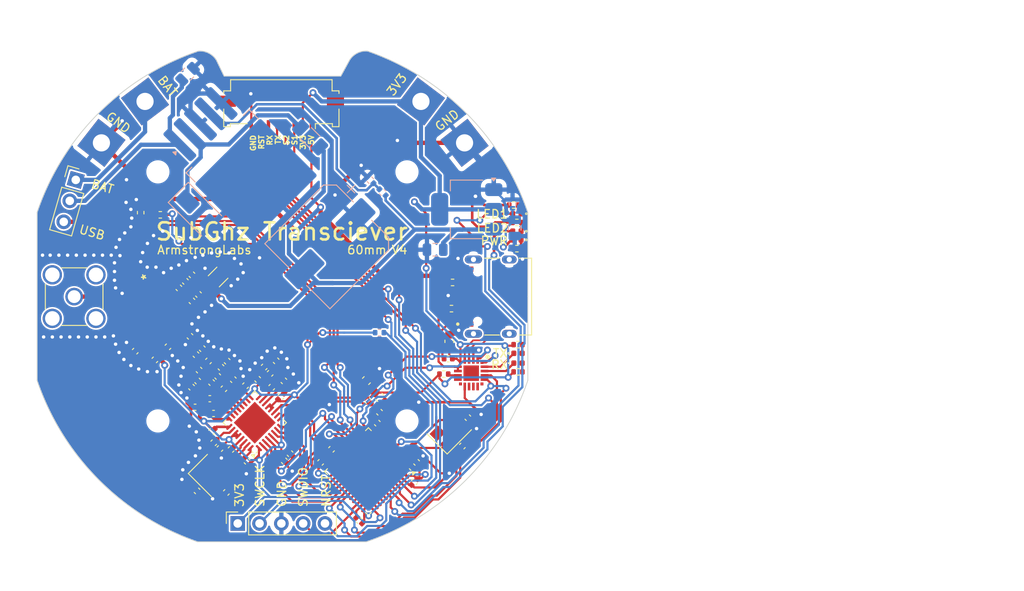
<source format=kicad_pcb>
(kicad_pcb (version 20240108) (generator "pcbnew") (generator_version "8.0")
  (layers (0 "F.Cu" signal) (31 "B.Cu" power) (34 "B.Paste" user) (35 "F.Paste" user) (36 "B.SilkS" user "B.Silkscreen") (37 "F.SilkS" user "F.Silkscreen") (38 "B.Mask" user) (39 "F.Mask" user) (44 "Edge.Cuts" user))
  (net 0 "")
  (net 1 "/NRST")
  (net 2 "GND")
  (net 3 "/OSC_IN")
  (net 4 "Net-(U1-VCAP1)")
  (net 5 "+3.3VA")
  (net 6 "VBUS")
  (net 7 "Net-(U3-DCPL)")
  (net 8 "Net-(U3-DCPL_VCO)")
  (net 9 "Net-(U3-LPF1)")
  (net 10 "Net-(U3-LPF0)")
  (net 11 "Net-(U3-DCPL_PFD_CHP)")
  (net 12 "Net-(U3-DCPL_XOSC)")
  (net 13 "Net-(C26-Pad1)")
  (net 14 "Net-(C30-Pad1)")
  (net 15 "Net-(U3-PA)")
  (net 16 "Net-(U3-XOSC_Q1)")
  (net 17 "Net-(U3-LNA_N)")
  (net 18 "Net-(C33-Pad1)")
  (net 19 "Net-(U3-LNA_P)")
  (net 20 "Net-(C34-Pad1)")
  (net 21 "Net-(U3-XOSC_Q2)")
  (net 22 "Net-(C37-Pad1)")
  (net 23 "/SWDIO")
  (net 24 "/SWCLK")
  (net 25 "/TXT")
  (net 26 "+3V9")
  (net 27 "Net-(D1-K)")
  (net 28 "Net-(D2-K)")
  (net 29 "/LED1")
  (net 30 "Net-(D3-K)")
  (net 31 "Net-(D4-A)")
  (net 32 "Net-(D5-A)")
  (net 34 "Net-(J1-CC1)")
  (net 35 "/OSC_OUT")
  (net 37 "Net-(J1-CC2)")
  (net 38 "/LED2")
  (net 39 "Net-(U4-RX0)")
  (net 40 "Net-(P1-Pin_1)")
  (net 41 "Net-(U4-RBIAS)")
  (net 42 "Net-(U3-RBIAS)")
  (net 43 "Net-(U2-~{RST})")
  (net 44 "/RXT")
  (net 45 "FEM_EN")
  (net 46 "FEM_BYP")
  (net 47 "/CP2102N_SIG1")
  (net 49 "SPI_MOSI")
  (net 50 "SPI2_SCK")
  (net 51 "SPI2_MISO")
  (net 52 "RADIO_RESET")
  (net 53 "RADIO_MARC_INT")
  (net 54 "RADIO_INT")
  (net 55 "RADIO_CS")
  (net 60 "/S1")
  (net 61 "/S2")
  (net 62 "/TX")
  (net 64 "/RX")
  (net 65 "/D+")
  (net 66 "/D-")
  (net 68 "/CP2102N_SIG2")
  (net 86 "FEM_VPC")
  (net 87 "FEM_TR")
  (net 88 "Net-(U4-RX1)")
  (net 89 "Net-(U4-TX)")
  (net 90 "+BATT")
  (net 91 "Net-(D6-K)")
  (net 92 "Net-(U5-FB)")
  (net 93 "/HV_SUPPLY")
  (footprint "Capacitor_SMD:C_0402_1005Metric" (layer "F.Cu") (at 69.122238 136.378085 -45)
    (property "Reference" "R9" (hide yes))
    (property "Value" "18k")
  )
  (footprint "Capacitor_SMD:C_0402_1005Metric" (layer "F.Cu") (at 87.63 146.05 135)
    (property "Reference" "C7" (hide yes))
    (property "Value" "100nF")
  )
  (footprint "Capacitor_SMD:C_0402_1005Metric" (layer "F.Cu") (at 67.705196 137.116304 -135)
    (property "Reference" "L1" (hide yes))
    (property "Value" "56nH")
  )
  (footprint "Package_DFN_QFN:QFN-32-1EP_5x5mm_P0.5mm_EP3.45x3.45mm" (layer "F.Cu") (at 68.782827 141.426827 135)
    (property "Reference" "U3" (hide yes))
    (property "Value" "CC1200")
  )
  (footprint "Connector_PinHeader_2.54mm:PinHeader_1x03_P2.54mm_Vertical" (layer "F.Cu") (at 47.939985 113.151652 -16)
    (property "Reference" "J6" (hide yes))
    (property "Value" "Conn_01x03_Pin")
  )
  (footprint "Capacitor_SMD:C_0402_1005Metric" (layer "F.Cu") (at 54.864 133.096 -135)
    (property "Reference" "R2" (hide yes))
    (property "Value" "0")
  )
  (footprint "CP2102:WFQFN-20" (layer "F.Cu") (at 93.992 135.662 -90)
    (property "Reference" "U2" (hide yes))
    (property "Value" "CP2102N-Axx-xQFN20")
  )
  (footprint "Capacitor_SMD:C_0402_1005Metric" (layer "F.Cu") (at 65.475657 149.549656 -135)
    (property "Reference" "C36" (hide yes))
    (property "Value" "10pF")
  )
  (footprint "Resistor_SMD:R_0402_1005Metric" (layer "F.Cu") (at 91.694 128.143)
    (property "Reference" "R3" (hide yes))
    (property "Value" "5.11k")
  )
  (footprint "Capacitor_SMD:C_0402_1005Metric" (layer "F.Cu") (at 83.312 140.208 135)
    (property "Reference" "C11" (hide yes))
    (property "Value" "1uF")
  )
  (footprint "Capacitor_SMD:C_0402_1005Metric" (layer "F.Cu") (at 69.880257 134.941244 45)
    (property "Reference" "C26" (hide yes))
    (property "Value" "56pF")
  )
  (footprint "Capacitor_SMD:C_0402_1005Metric" (layer "F.Cu") (at 72.898 145.034 -45)
    (property "Reference" "C16" (hide yes))
    (property "Value" "0.22 uF")
  )
  (footprint "Connector_PinSocket_2.54mm:PinSocket_1x05_P2.54mm_Vertical" (layer "F.Cu") (at 66.802 153.162 90)
    (property "Reference" "SWD1" (hide yes))
    (property "Value" "FLASH")
  )
  (footprint "Resistor_SMD:R_0402_1005Metric" (layer "F.Cu") (at 99.441 132.334)
    (property "Reference" "R10" (hide yes))
    (property "Value" "1k")
  )
  (footprint "Capacitor_SMD:C_0402_1005Metric" (layer "F.Cu") (at 62.676253 132.805781 135)
    (property "Reference" "L7" (hide yes))
    (property "Value" "22nH")
  )
  (footprint "Capacitor_SMD:C_0402_1005Metric" (layer "F.Cu") (at 61.419017 137.295909 -45)
    (property "Reference" "C32" (hide yes))
    (property "Value" "5.1pF")
  )
  (footprint "Capacitor_SMD:C_0402_1005Metric" (layer "F.Cu") (at 63.773683 142.484659 45)
    (property "Reference" "C29" (hide yes))
    (property "Value" "47nF")
  )
  (footprint "Capacitor_SMD:C_0402_1005Metric" (layer "F.Cu") (at 80.940589 152.822589 135)
    (property "Reference" "C8" (hide yes))
    (property "Value" "100nF")
  )
  (footprint "Capacitor_SMD:C_0402_1005Metric" (layer "F.Cu") (at 92.964 144.145 45)
    (property "Reference" "C3" (hide yes))
    (property "Value" "10pF")
  )
  (footprint "Capacitor_SMD:C_0402_1005Metric" (layer "F.Cu") (at 62.297244 135.300454 135)
    (property "Reference" "L6" (hide yes))
    (property "Value" "15nH")
  )
  (footprint "Capacitor_SMD:C_0402_1005Metric" (layer "F.Cu") (at 83.058 141.478 135)
    (property "Reference" "C10" (hide yes))
    (property "Value" "10nF")
  )
  (footprint "Capacitor_SMD:C_0402_1005Metric" (layer "F.Cu") (at 63.753884 136.757094 -45)
    (property "Reference" "C33" (hide yes))
    (property "Value" "5.1pF")
  )
  (footprint "Connector_FFC-FPC:Molex_200528-0080_1x08-1MP_P1.00mm_Horizontal" (layer "F.Cu") (at 71.882 105.783999 180)
    (property "Reference" "EX1" (hide yes))
    (property "Value" "EXT1")
  )
  (footprint "Capacitor_SMD:C_0402_1005Metric" (layer "F.Cu") (at 63.5508 138.6332)
    (property "Reference" "C20" (hide yes))
    (property "Value" "10nF")
  )
  (footprint "MountingHole:MountingHole_2.2mm_M2" (layer "F.Cu") (at 86.5124 141.224)
    (property "Reference" "H1" (hide yes))
    (property "Value" "MountingHole" (hide yes))
  )
  (footprint "Capacitor_SMD:C_0402_1005Metric" (layer "F.Cu") (at 61.938034 133.504403 -45)
    (property "Reference" "C37" (hide yes))
    (property "Value" "6.2pF")
  )
  (footprint "Capacitor_SMD:C_0402_1005Metric" (layer "F.Cu") (at 61.468 127.254 135)
    (property "Reference" "C39" (hide yes))
    (property "Value" "220pF")
  )
  (footprint "Resistor_SMD:R_0402_1005Metric" (layer "F.Cu") (at 55.499 116.967 -90)
    (property "Reference" "R15" (hide yes))
    (property "Value" "1k")
  )
  (footprint "Capacitor_SMD:C_0402_1005Metric" (layer "F.Cu") (at 93.599 140.843 -45)
    (property "Reference" "C6" (hide yes))
    (property "Value" "10pF")
  )
  (footprint "Capacitor_SMD:C_0402_1005Metric" (layer "F.Cu") (at 61.239412 131.36894 135)
    (property "Reference" "R13" (hide yes))
    (property "Value" "0R")
  )
  (footprint "Capacitor_SMD:C_0402_1005Metric" (layer "F.Cu") (at 59.944 125.73 -45)
    (property "Reference" "C40" (hide yes))
    (property "Value" "1uF")
  )
  (footprint "Capacitor_SMD:C_0402_1005Metric" (layer "F.Cu") (at 63.9852 140.349196 180)
    (property "Reference" "C21" (hide yes))
    (property "Value" "1.8nF")
  )
  (footprint "Capacitor_SMD:C_0402_1005Metric" (layer "F.Cu") (at 87.376 148.336 -135)
    (property "Reference" "C4" (hide yes))
    (property "Value" "100nF")
  )
  (footprint "Resistor_SMD:R_0402_1005Metric" (layer "F.Cu") (at 99.441 135.509)
    (property "Reference" "R11" (hide yes))
    (property "Value" "1k" (hide yes))
  )
  (footprint "Capacitor_SMD:C_0402_1005Metric" (layer "F.Cu") (at 58.674 132.588 45)
    (property "Reference" "C14" (hide yes))
    (property "Value" "10nF")
  )
  (footprint "Capacitor_SMD:C_0402_1005Metric" (layer "F.Cu") (at 61.837043 139.630776 180)
    (property "Reference" "C24" (hide yes))
    (property "Value" "47nF")
  )
  (footprint "Resistor_SMD:R_0402_1005Metric" (layer "F.Cu") (at 99.314 121.158 180)
    (property "Reference" "R5" (hide yes))
    (property "Value" "1k")
  )
  (footprint "MountingHole:MountingHole_2.2mm_M2" (layer "F.Cu") (at 57.5056 112.2172)
    (property "Reference" "H2" (hide yes))
    (property "Value" "MountingHole" (hide yes))
  )
  (footprint "Capacitor_SMD:C_0402_1005Metric" (layer "F.Cu") (at 72.221411 145.881411 -45)
    (property "Reference" "C15" (hide yes))
    (property "Value" "47nF")
  )
  (footprint "Package_DFN_QFN:QFN-48-1EP_7x7mm_P0.5mm_EP5.6x5.6mm" (layer "F.Cu") (at 82.020136 147.123223 -135)
    (property "Reference" "U1" (hide yes))
    (property "Value" "STM32F401CCU6")
  )
  (footprint "LED_SMD:LED_0402_1005Metric" (layer "F.Cu") (at 99.441 133.35)
    (property "Reference" "D4" (hide yes))
    (property "Value" "TXT")
  )
  (footprint "TestPoint:TestPoint_THTPad_4.0x4.0mm_Drill2.0mm" (layer "F.Cu") (at 56.007 104.013 37)
    (property "Reference" "J4" (hide yes))
    (property "Value" "PWR")
  )
  (footprint "LED_SMD:LED_0402_1005Metric" (layer "F.Cu") (at 99.441 134.493)
    (property "Reference" "D5" (hide yes))
    (property "Value" "RXT")
  )
  (footprint "Connector_Coaxial:SMA_Amphenol_132134-11_Vertical" (layer "F.Cu") (at 47.752 126.746)
    (property "Reference" "P1" (hide yes))
    (property "Value" "AntMount")
  )
  (footprint "TestPoint:TestPoint_THTPad_4.0x4.0mm_Drill2.0mm" (layer "F.Cu") (at 50.927 108.839 52)
    (property "Reference" "J5" (hide yes))
    (property "Value" "GND")
  )
  (footprint "Capacitor_SMD:C_0402_1005Metric" (layer "F.Cu") (at 63.394674 134.242622 -135)
    (property "Reference" "C35" (hide yes))
    (property "Value" "5.1pF")
  )
  (footprint "MountingHole:MountingHole_2.2mm_M2" (layer "F.Cu") (at 86.5124 112.2172)
    (property "Reference" "H4" (hide yes))
    (property "Value" "MountingHole" (hide yes))
  )
  (footprint "LED_SMD:LED_0402_1005Metric" (layer "F.Cu") (at 99.314 120.142 180)
    (property "Reference" "D1" (hide yes))
    (property "Value" "PWR_LED")
  )
  (footprint "LED_SMD:LED_0402_1005Metric" (layer "F.Cu") (at 99.314 119.126 180)
    (property "Reference" "D3" (hide yes))
    (property "Value" "LED")
  )
  (footprint "Capacitor_SMD:C_0603_1608Metric" (layer "F.Cu") (at 91.44 131.953 90)
    (property "Reference" "C1" (hide yes))
    (property "Value" "4.7uF")
  )
  (footprint "Capacitor_SMD:C_0402_1005Metric" (layer "F.Cu") (at 64.851313 134.980842 135)
    (property "Reference" "L5" (hide yes))
    (property "Value" "15nH")
  )
  (footprint "Capacitor_SMD:C_0402_1005Metric" (layer "F.Cu") (at 66.288154 136.417683 -45)
    (property "Reference" "C30" (hide yes))
    (property "Value" "39pF")
  )
  (footprint "Capacitor_SMD:C_0402_1005Metric" (layer "F.Cu") (at 64.728411 144.440589 45)
    (property "Reference" "C28" (hide yes))
    (property "Value" "47nF")
  )
  (footprint "Capacitor_SMD:C_0402_1005Metric" (layer "F.Cu") (at 72.175526 136.55769 135)
    (property "Reference" "R8" (hide yes))
    (property "Value" "56k")
  )
  (footprint "Capacitor_SMD:C_0402_1005Metric" (layer "F.Cu") (at 91.313 133.985 180)
    (property "Reference" "C13" (hide yes))
    (property "Value" "100nF")
  )
  (footprint "Capacitor_SMD:C_0402_1005Metric" (layer "F.Cu") (at 60.706 124.968 -45)
    (property "Reference" "C41" (hide yes))
    (property "Value" "1nF")
  )
  (footprint "Capacitor_SMD:C_0402_1005Metric" (layer "F.Cu") (at 62.063159 149.370051 -45)
    (property "Reference" "C31" (hide yes))
    (property "Value" "10pF")
  )
  (footprint "Capacitor_SMD:C_1206_3216Metric" (layer "F.Cu") (at 64.516 124.46 -135)
    (property "Reference" "C43" (hide yes))
    (property "Value" "220uF")
  )
  (footprint "Capacitor_SMD:C_0402_1005Metric" (layer "F.Cu") (at 61.468 124.206 -45)
    (property "Reference" "C44" (hide yes))
    (property "Value" "10uF")
  )
  (footprint "Resistor_SMD:R_0402_1005Metric" (layer "F.Cu") (at 91.821 125.095)
    (property "Reference" "R4" (hide yes))
    (property "Value" "5.11k")
  )
  (footprint "Resistor_SMD:R_0402_1005Metric" (layer "F.Cu") (at 98.933 116.078 180)
    (property "Reference" "R6" (hide yes))
    (property "Value" "1k")
  )
  (footprint "Capacitor_SMD:C_0402_1005Metric" (layer "F.Cu") (at 77.724 144.526 -135)
    (property "Reference" "C9" (hide yes))
    (property "Value" "2.2uF")
  )
  (footprint "Capacitor_SMD:C_0402_1005Metric" (layer "F.Cu") (at 62.23 126.492 135)
    (property "Reference" "C42" (hide yes))
    (property "Value" "10nF")
  )
  (footprint "Inductor_SMD:L_0603_1608Metric" (layer "F.Cu") (at 83.360847 138.478847 135)
    (property "Reference" "FB1" (hide yes))
    (property "Value" "120R")
  )
  (footprint "Resistor_SMD:R_0402_1005Metric" (layer "F.Cu") (at 90.805 135.763)
    (property "Reference" "R12" (hide yes))
    (property "Value" "5.11k")
  )
  (footprint "LED_SMD:LED_0402_1005Metric" (layer "F.Cu") (at 99.314 117.094 180)
    (property "Reference" "D2" (hide yes))
    (property "Value" "LED")
  )
  (footprint "Capacitor_SMD:C_0402_1005Metric" (layer "F.Cu") (at 70.758484 137.295909 45)
    (property "Reference" "C19" (hide yes))
    (property "Value" "47nF")
  )
  (footprint "SKY65366:SKY65366-21_SKY" (layer "F.Cu") (at 56.87076 128.577638 -45)
    (property "Reference" "U4" (hide yes))
    (property "Value" "SKY65366-21")
  )
  (footprint "Capacitor_SMD:C_0402_1005Metric" (layer "F.Cu") (at 71.2775 134.222823 -45)
    (property "Reference" "C27" (hide yes))
    (property "Value" "100pF")
  )
  (footprint "Capacitor_SMD:C_0402_1005Metric" (layer "F.Cu") (at 70.578878 135.679463 45)
    (property "Reference" "C22" (hide yes))
    (property "Value" "10nF")
  )
  (footprint "MountingHole:MountingHole_2.2mm_M2" (layer "F.Cu") (at 57.5056 141.224)
    (property "Reference" "H3" (hide yes))
    (property "Value" "MountingHole" (hide yes))
  )
  (footprint "Capacitor_SMD:C_0402_1005Metric" (layer "F.Cu") (at 57.15 134.112 -135)
    (property "Reference" "C38" (hide yes))
    (property "Value" "220pF")
  )
  (footprint "Capacitor_SMD:C_0402_1005Metric" (layer "F.Cu") (at 76.454 146.05 45)
    (property "Reference" "C5" (hide yes))
    (property "Value" "100nF")
  )
  (footprint "Capacitor_SMD:C_0402_1005Metric" (layer "F.Cu") (at 64.008 143.764 45)
    (property "Reference" "C23" (hide yes))
    (property "Value" "47nF")
  )
  (footprint "Capacitor_SMD:C_0402_1005Metric" (layer "F.Cu") (at 64.472304 136.038674 135)
    (property "Reference" "L4" (hide yes))
    (property "Value" "27nH")
  )
  (footprint "Capacitor_SMD:C_0402_1005Metric" (layer "F.Cu") (at 65.190725 137.475515 -135)
    (property "Reference" "L2" (hide yes))
    (property "Value" "56nH")
  )
  (footprint "Capacitor_SMD:C_0402_1005Metric" (layer "F.Cu") (at 81.956589 138.852589 -45)
    (property "Reference" "C12" (hide yes))
    (property "Value" "1uF")
  )
  (footprint "Resistor_SMD:R_0402_1005Metric" (layer "F.Cu") (at 57.785 117.221)
    (property "Reference" "R14" (hide yes))
    (property "Value" "1k")
  )
  (footprint "Oscillator:Oscillator_SMD_Abracon_ASE-4Pin_3.2x2.5mm" (layer "F.Cu") (at 63.5 147.574 -45)
    (property "Reference" "X1" (hide yes))
    (property "Value" "40MHz")
  )
  (footprint "usbc:HRO_TYPE-C-31-M-12" (layer "F.Cu") (at 98.425 126.746 90)
    (property "Reference" "J1" (hide yes))
    (property "Value" "TYPE-C-31-M-12")
    (fp_line (start 4.625 -4.72) (end 4.624999 -3.62) (stroke (width 0.01)) (layer "Edge.Cuts"))
    (fp_line (start -4.025 -4.72) (end -4.025 -3.62) (stroke (width 0.01)) (layer "Edge.Cuts"))
    (fp_line (start 4.025 -3.62) (end 4.025 -4.72) (stroke (width 0.01)) (layer "Edge.Cuts"))
    (fp_line (start -4.624999 -3.62) (end -4.625 -4.72) (stroke (width 0.01)) (layer "Edge.Cuts"))
    (fp_line (start 4.625 -0.4) (end 4.625 0.4) (stroke (width 0.01)) (layer "Edge.Cuts"))
    (fp_line (start -4.025 -0.4) (end -4.025 0.4) (stroke (width 0.01)) (layer "Edge.Cuts"))
    (fp_line (start 4.025 0.4) (end 4.025 -0.4) (stroke (width 0.01)) (layer "Edge.Cuts"))
    (fp_line (start -4.625 0.4) (end -4.625 -0.4) (stroke (width 0.01)) (layer "Edge.Cuts"))
    (fp_arc (start 4.325 -5.02) (mid 4.537132 -4.932132) (end 4.625 -4.72) (stroke (width 0.01)) (layer "Edge.Cuts"))
    (fp_arc (start -4.325 -5.02) (mid -4.112868 -4.932132) (end -4.025 -4.72) (stroke (width 0.01)) (layer "Edge.Cuts"))
    (fp_arc (start 4.025 -4.72) (mid 4.112868 -4.932132) (end 4.325 -5.02) (stroke (width 0.01)) (layer "Edge.Cuts"))
    (fp_arc (start -4.625 -4.72) (mid -4.537132 -4.932132) (end -4.325 -5.02) (stroke (width 0.01)) (layer "Edge.Cuts"))
    (fp_arc (start 4.624999 -3.62) (mid 4.537131 -3.407869) (end 4.325 -3.32) (stroke (width 0.01)) (layer "Edge.Cuts"))
    (fp_arc (start -4.025 -3.62) (mid -4.112868 -3.407868) (end -4.325 -3.32) (stroke (width 0.01)) (layer "Edge.Cuts"))
    (fp_arc (start 4.325 -3.32) (mid 4.112868 -3.407868) (end 4.025 -3.62) (stroke (width 0.01)) (layer "Edge.Cuts"))
    (fp_arc (start -4.325 -3.32) (mid -4.537132 -3.407868) (end -4.624999 -3.62) (stroke (width 0.01)) (layer "Edge.Cuts"))
    (fp_arc (start 4.325 -0.7) (mid 4.537132 -0.612132) (end 4.625 -0.4) (stroke (width 0.01)) (layer "Edge.Cuts"))
    (fp_arc (start -4.325 -0.7) (mid -4.112868 -0.612132) (end -4.025 -0.4) (stroke (width 0.01)) (layer "Edge.Cuts"))
    (fp_arc (start 4.025 -0.4) (mid 4.112868 -0.612132) (end 4.325 -0.7) (stroke (width 0.01)) (layer "Edge.Cuts"))
    (fp_arc (start -4.625 -0.4) (mid -4.537132 -0.612132) (end -4.325 -0.7) (stroke (width 0.01)) (layer "Edge.Cuts"))
    (fp_arc (start 4.625 0.4) (mid 4.537132 0.612132) (end 4.325 0.7) (stroke (width 0.01)) (layer "Edge.Cuts"))
    (fp_arc (start -4.025 0.4) (mid -4.112868 0.612132) (end -4.325 0.7) (stroke (width 0.01)) (layer "Edge.Cuts"))
    (fp_arc (start 4.325 0.7) (mid 4.112868 0.612132) (end 4.025 0.4) (stroke (width 0.01)) (layer "Edge.Cuts"))
    (fp_arc (start -4.325 0.7) (mid -4.537132 0.612132) (end -4.625 0.4) (stroke (width 0.01)) (layer "Edge.Cuts"))
  )
  (footprint "Capacitor_SMD:C_0402_1005Metric" (layer "F.Cu") (at 62.137438 136.577489 135)
    (property "Reference" "L3" (hide yes))
    (property "Value" "27nH")
  )
  (footprint "Capacitor_SMD:C_0402_1005Metric" (layer "F.Cu") (at 67.884802 145.916955 135)
    (property "Reference" "C18" (hide yes))
    (property "Value" "47nF")
  )
  (footprint "Capacitor_SMD:C_0402_1005Metric" (layer "F.Cu") (at 71.836114 138.37354 45)
    (property "Reference" "C17" (hide yes))
    (property "Value" "47nF")
  )
  (footprint "Capacitor_SMD:C_0402_1005Metric" (layer "F.Cu") (at 66.023811 144.542189 45)
    (property "Reference" "C25" (hide yes))
    (property "Value" "47nF")
  )
  (footprint "Capacitor_SMD:C_0402_1005Metric" (layer "F.Cu") (at 65.569734 134.262421 -45)
    (property "Reference" "C34" (hide yes))
    (property "Value" "2.2pF")
  )
  (footprint "Resistor_SMD:R_0402_1005Metric" (layer "F.Cu") (at 99.314 118.11 180)
    (property "Reference" "R7" (hide yes))
    (property "Value" "1k")
  )
  (footprint "Crystal:Crystal_SMD_3225-4Pin_3.2x2.5mm" (layer "F.Cu") (at 91.44 142.494 45)
    (property "Reference" "Y1" (hide yes))
    (property "Value" "16MHz")
  )
  (footprint "Capacitor_SMD:C_0603_1608Metric" (layer "F.Cu") (at 81.788 136.525 45)
    (property "Reference" "C2" (hide yes))
    (property "Value" "10uF")
  )
  (footprint "Capacitor_SMD:C_0805_2012Metric" (layer "B.Cu") (at 99.06 118.745 -90)
    (property "Reference" "C48" (hide yes))
    (property "Value" "22uF")
  )
  (footprint "Diode_SMD:D_SMA" (layer "B.Cu") (at 62.357 117.094 -45)
    (property "Reference" "D6" (hide yes))
    (property "Value" "SS34")
  )
  (footprint "Resistor_SMD:R_0402_1005Metric" (layer "B.Cu") (at 83.6676 114.6048 -45)
    (property "Reference" "R17" (hide yes))
    (property "Value" "3.9k")
  )
  (footprint "Capacitor_SMD:C_0805_2012Metric" (layer "B.Cu") (at 60.96 100.838 -135)
    (property "Reference" "C45" (hide yes))
    (property "Value" "100uF")
  )
  (footprint "Capacitor_SMD:C_1206_3216Metric_Pad1.33x1.80mm_HandSolder" (layer "B.Cu") (at 75.2348 108.204 -45)
    (property "Reference" "L8" (hide yes))
    (property "Value" "220uH")
  )
  (footprint "Resistor_SMD:R_0402_1005Metric" (layer "B.Cu") (at 82.2452 113.1824 -45)
    (property "Reference" "R16" (hide yes))
    (property "Value" "1.8k")
  )
  (footprint "Package_TO_SOT_SMD:SOT-223-3_TabPin2" (layer "B.Cu") (at 93.472 116.586 180)
    (property "Reference" "U6" (hide yes))
    (property "Value" "AMS1117-3.3")
  )
  (footprint "Resistor_SMD:R_0402_1005Metric" (layer "B.Cu") (at 98.806 115.951 90)
    (property "Reference" "R18" (hide yes))
    (property "Value" "1k")
  )
  (footprint "Resistor_SMD:R_0402_1005Metric" (layer "B.Cu") (at 83.312 130.937 180)
    (property "Reference" "R1" (hide yes))
    (property "Value" "5.11k")
  )
  (footprint "Package_TO_SOT_SMD:TO-263-5_TabPin3" (layer "B.Cu") (at 67.873825 112.069825 -45)
    (property "Reference" "U5" (hide yes))
    (property "Value" "LM2576S")
  )
  (footprint "TestPoint:TestPoint_THTPad_4.0x4.0mm_Drill2.0mm" (layer "B.Cu") (at 88.138 104.013 143)
    (property "Reference" "J2" (hide yes))
    (property "Value" "PWR")
  )
  (footprint "TestPoint:TestPoint_THTPad_4.0x4.0mm_Drill2.0mm" (layer "B.Cu") (at 93.218 108.839 128)
    (property "Reference" "J3" (hide yes))
    (property "Value" "GND")
  )
  (footprint "Capacitor_SMD:CP_Elec_10x10.5" (layer "B.Cu") (at 77.539315 120.580685 -135)
    (property "Reference" "C46" (hide yes))
    (property "Value" "330uF")
  )
  (footprint "Capacitor_SMD:C_0805_2012Metric" (layer "B.Cu") (at 89.789 121.285 180)
    (property "Reference" "C47" (hide yes))
    (property "Value" "22uF")
  )
  (gr_line (start 64.306354 99.180746) (end 65.2145 101.0666) (stroke (width 0.1)) (layer "Edge.Cuts"))
  (gr_arc (start 100.584 136.4996) (mid 93.384691 148.096291) (end 81.788 155.2956) (stroke (width 0.1)) (layer "Edge.Cuts"))
  (gr_arc (start 81.915 98.1456) (mid 93.421246 105.386528) (end 100.584 116.9416) (stroke (width 0.1)) (layer "Edge.Cuts"))
  (gr_line (start 71.945501 155.295601) (end 62.103002 155.2956) (stroke (width 0.1)) (layer "Edge.Cuts"))
  (gr_line (start 43.434 136.4996) (end 43.434 116.9416) (stroke (width 0.1)) (layer "Edge.Cuts"))
  (gr_arc (start 62.103002 155.2956) (mid 50.59633 148.055094) (end 43.434 136.4996) (stroke (width 0.1)) (layer "Edge.Cuts"))
  (gr_arc (start 79.838646 99.180746) (mid 80.734376 98.377443) (end 81.915 98.1456) (stroke (width 0.1)) (layer "Edge.Cuts"))
  (gr_line (start 65.2145 101.0666) (end 78.8035 101.0666) (stroke (width 0.1)) (layer "Edge.Cuts"))
  (gr_line (start 100.584 126.7206) (end 100.584 116.9416) (stroke (width 0.1)) (layer "Edge.Cuts"))
  (gr_line (start 100.584 136.4996) (end 100.584 126.7206) (stroke (width 0.1)) (layer "Edge.Cuts"))
  (gr_arc (start 43.434 116.9416) (mid 50.635789 105.347389) (end 62.23 98.145599) (stroke (width 0.1)) (layer "Edge.Cuts"))
  (gr_line (start 81.788 155.2956) (end 71.945501 155.295601) (stroke (width 0.1)) (layer "Edge.Cuts"))
  (gr_arc (start 62.23 98.145599) (mid 63.410621 98.377449) (end 64.306354 99.180746) (stroke (width 0.1)) (layer "Edge.Cuts"))
  (gr_line (start 79.838646 99.180746) (end 78.8035 101.0666) (stroke (width 0.1)) (layer "Edge.Cuts"))
  (gr_text "GND" (at 71.9328 151.3332 90) (layer "F.SilkS") (effects (font (size 1 1)) (justify left)))
  (gr_text "SWCLK" (at 69.3928 151.3332 90) (layer "F.SilkS") (effects (font (size 1 1)) (justify left)))
  (gr_text "GND" (at 91.186 106.2228 38) (layer "F.SilkS") (effects (font (size 1 1))))
  (gr_text "LED1" (at 96.4184 117.1448 0) (layer "F.SilkS") (effects (font (size 1 1))))
  (gr_text "NRST" (at 77.1144 151.3332 90) (layer "F.SilkS") (effects (font (size 1 1)) (justify left)))
  (gr_text "USB" (at 49.8348 119.2784 344) (layer "F.SilkS") (effects (font (size 1 1))))
  (gr_text "60mm" (at 81.8388 121.3104 -0) (layer "F.SilkS") (effects (font (size 1 1))))
  (gr_text "GND\nRST\nRX\nTX\nS2\nS1\n3V3\n5V" (at 71.9836 107.8484 90) (layer "F.SilkS") (effects (font (size 0.6 0.6)) (justify right)))
  (gr_text "ArmstrongLabs" (at 62.9158 121.3104 -0) (layer "F.SilkS") (effects (font (size 1 1))))
  (gr_text "PWR" (at 96.6724 120.2436 0) (layer "F.SilkS") (effects (font (size 1 1))))
  (gr_text "V4" (at 85.6488 121.3104 0) (layer "F.SilkS") (effects (font (size 1 1))))
  (gr_text "SWDIO" (at 74.422 151.3332 90) (layer "F.SilkS") (effects (font (size 1 1)) (justify left)))
  (gr_text "SubGhz Transciever" (at 71.9328 119.1768 -0) (layer "F.SilkS") (effects (font (size 2 2) (thickness 0.3))))
  (gr_text "RX" (at 97.282 134.6708 0) (layer "F.SilkS") (effects (font (size 1 1))))
  (gr_text "BAT" (at 51.054 113.9444 344) (layer "F.SilkS") (effects (font (size 1 1))))
  (gr_text "GND" (at 52.8828 106.4768 323) (layer "F.SilkS") (effects (font (size 1 1))))
  (gr_text "LED2" (at 96.4692 118.7704 0) (layer "F.SilkS") (effects (font (size 1 1))))
  (gr_text "TX" (at 97.3836 133.35 0) (layer "F.SilkS") (effects (font (size 1 1))))
  (gr_text "3V3" (at 85.344 102.0572 53) (layer "F.SilkS") (effects (font (size 1 1))))
  (gr_text "3V3" (at 67.0052 151.3332 90) (layer "F.SilkS") (effects (font (size 1 1)) (justify left)))
  (gr_text "BAT" (at 58.6232 102.2604 308) (layer "F.SilkS") (effects (font (size 1 1))))
  (segment (start 70.482 110.614) (end 69.382 109.514) (width 0.25) (layer "F.Cu") (net 1))
  (segment (start 84.274039 144.515767) (end 84.811463 143.978343) (width 0.25) (layer "F.Cu") (net 1))
  (segment (start 85.510657 143.978343) (end 85.852 143.637) (width 0.25) (layer "F.Cu") (net 1))
  (segment (start 85.852 143.637) (end 85.852 143.51) (width 0.25) (layer "F.Cu") (net 1))
  (segment (start 84.328 129.413) (end 83.82 128.905) (width 0.25) (layer "F.Cu") (net 1))
  (segment (start 70.482 114.680792) (end 70.482 110.614) (width 0.25) (layer "F.Cu") (net 1))
  (segment (start 83.82 128.018792) (end 70.482 114.680792) (width 0.25) (layer "F.Cu") (net 1))
  (segment (start 84.811463 143.978343) (end 85.510657 143.978343) (width 0.25) (layer "F.Cu") (net 1))
  (segment (start 69.382 109.514) (end 69.382 106.693999) (width 0.25) (layer "F.Cu") (net 1))
  (segment (start 83.82 128.905) (end 83.82 128.018792) (width 0.25) (layer "F.Cu") (net 1))
  (via (at 84.328 129.413) (size 0.8) (drill 0.4) (layers "F.Cu" "B.Cu") (net 1))
  (via (at 85.852 143.637) (size 0.8) (drill 0.4) (layers "F.Cu" "B.Cu") (net 1))
  (segment (start 85.852 143.637) (end 87.122 143.637) (width 0.25) (layer "B.Cu") (net 1))
  (segment (start 87.766305 143.637) (end 89.371 145.241695) (width 0.25) (layer "B.Cu") (net 1))
  (segment (start 89.466 139.255584) (end 86.338 136.127584) (width 0.25) (layer "B.Cu") (net 1))
  (segment (start 81.883 153.448) (end 81.116 154.215) (width 0.25) (layer "B.Cu") (net 1))
  (segment (start 86.338 136.127584) (end 86.338 133.203792) (width 0.25) (layer "B.Cu") (net 1))
  (segment (start 87.757 143.637) (end 89.466 141.928) (width 0.25) (layer "B.Cu") (net 1))
  (segment (start 89.466 141.928) (end 89.466 139.255584) (width 0.25) (layer "B.Cu") (net 1))
  (segment (start 87.122 143.637) (end 87.757 143.637) (width 0.25) (layer "B.Cu") (net 1))
  (segment (start 78.449 154.649) (end 76.962 153.162) (width 0.25) (layer "B.Cu") (net 1))
  (segment (start 88.946305 148.172) (end 86.779396 148.172) (width 0.25) (layer "B.Cu") (net 1))
  (segment (start 84.097763 152.808615) (end 83.458378 153.448) (width 0.25) (layer "B.Cu") (net 1))
  (segment (start 87.122 143.637) (end 87.766305 143.637) (width 0.25) (layer "B.Cu") (net 1))
  (segment (start 89.371 147.747305) (end 88.946305 148.172) (width 0.25) (layer "B.Cu") (net 1))
  (segment (start 81.116 154.224305) (end 80.691305 154.649) (width 0.25) (layer "B.Cu") (net 1))
  (segment (start 83.822 130.937) (end 84.071208 130.937) (width 0.25) (layer "B.Cu") (net 1))
  (segment (start 83.458378 153.448) (end 81.883 153.448) (width 0.25) (layer "B.Cu") (net 1))
  (segment (start 84.097763 150.853633) (end 84.097763 152.808615) (width 0.25) (layer "B.Cu") (net 1))
  (segment (start 81.116 154.215) (end 81.116 154.224305) (width 0.25) (layer "B.Cu") (net 1))
  (segment (start 84.071208 130.937) (end 84.698 131.563792) (width 0.25) (layer "B.Cu") (net 1))
  (segment (start 84.698 131.563792) (end 84.698 129.783) (width 0.25) (layer "B.Cu") (net 1))
  (segment (start 86.338 133.203792) (end 84.698 131.563792) (width 0.25) (layer "B.Cu") (net 1))
  (segment (start 80.691305 154.649) (end 78.449 154.649) (width 0.25) (layer "B.Cu") (net 1))
  (segment (start 86.779396 148.172) (end 84.097763 150.853633) (width 0.25) (layer "B.Cu") (net 1))
  (segment (start 84.328 129.413) (end 84.455 129.54) (width 0.25) (layer "B.Cu") (net 1))
  (segment (start 84.698 129.783) (end 84.328 129.413) (width 0.25) (layer "B.Cu") (net 1))
  (segment (start 89.371 145.241695) (end 89.371 147.747305) (width 0.25) (layer "B.Cu") (net 1))
  (segment (start 90.1033 142.628619) (end 92.507462 142.628619) (width 0.25) (layer "F.Cu") (net 2))
  (segment (start 72.560822 146.220822) (end 72.560822 146.474822) (width 0.25) (layer "F.Cu") (net 2))
  (segment (start 87.036589 148.675411) (end 87.080411 148.675411) (width 0.25) (layer "F.Cu") (net 2))
  (segment (start 61.636748 128.565748) (end 62.23 129.159) (width 0.5) (layer "F.Cu") (net 2))
  (segment (start 68.382 103.18) (end 68.326 103.124) (width 0.25) (layer "F.Cu") (net 2))
  (segment (start 96.278 118.606) (end 94.685339 118.606) (width 0.3) (layer "F.Cu") (net 2))
  (segment (start 55.499 116.457001) (end 55.499 115.951) (width 0.25) (layer "F.Cu") (net 2))
  (segment (start 61.128589 123.866589) (end 60.366589 124.628589) (width 0.5) (layer "F.Cu") (net 2))
  (segment (start 87.884 139.0396) (end 87.7824 138.8364) (width 0.3) (layer "F.Cu") (net 2))
  (segment (start 55.817512 133.654614) (end 56.859588 132.612538) (width 0.5) (layer "F.Cu") (net 2))
  (segment (start 59.147782 130.324328) (end 59.444621 130.621167) (width 0.5) (layer "F.Cu") (net 2))
  (segment (start 65.6844 144.8816) (end 65.5574 144.8816) (width 0.25) (layer "F.Cu") (net 2))
  (segment (start 59.147782 130.324328) (end 57.401092 128.577638) (width 0.5) (layer "F.Cu") (net 2))
  (segment (start 63.372046 142.82407) (end 61.357044 140.809068) (width 0.3) (layer "F.Cu") (net 2))
  (segment (start 77.384589 145.669657) (end 77.490466 145.775534) (width 0.25) (layer "F.Cu") (net 2))
  (segment (start 63.018983 123.417017) (end 65.558983 123.417017) (width 0.5) (layer "F.Cu") (net 2))
  (segment (start 76.793411 145.710589) (end 77.425521 145.710589) (width 0.25) (layer "F.Cu") (net 2))
  (segment (start 67.545391 145.577544) (end 67.326188 145.796747) (width 0.25) (layer "F.Cu") (net 2))
  (segment (start 68.326 103.124) (end 68.382 103.068) (width 0.25) (layer "F.Cu") (net 2))
  (segment (start 56.644062 134.284884) (end 56.810589 134.451411) (width 0.5) (layer "F.Cu") (net 2))
  (segment (start 52.83586 128.58881) (end 52.83586 128.590228) (width 0.5) (layer "F.Cu") (net 2))
  (segment (start 60.706 132.094682) (end 60.706 132.334) (width 0.5) (layer "F.Cu") (net 2))
  (segment (start 61.578161 123.417017) (end 62.965017 123.417017) (width 0.5) (layer "F.Cu") (net 2))
  (segment (start 64.389 144.78) (end 64.389 145.034) (width 0.25) (layer "F.Cu") (net 2))
  (segment (start 67.54539 145.577544) (end 68.296691 144.826243) (width 0.25) (layer "F.Cu") (net 2))
  (segment (start 94.107 118.027661) (end 94.107 115.443) (width 0.3) (layer "F.Cu") (net 2))
  (segment (start 59.444621 130.833303) (end 60.706 132.094682) (width 0.5) (layer "F.Cu") (net 2))
  (segment (start 55.11218 130.866549) (end 55.11218 130.336218) (width 0.5) (layer "F.Cu") (net 2))
  (segment (start 93.241999 137.212) (end 93.242 137.412) (width 0.25) (layer "F.Cu") (net 2))
  (segment (start 71.616911 134.562235) (end 70.91829 135.260856) (width 0.25) (layer "F.Cu") (net 2))
  (segment (start 82.336008 135.976992) (end 82.463008 135.976992) (width 0.25) (layer "F.Cu") (net 2))
  (segment (start 65.5574 144.8816) (end 64.897 145.542) (width 0.25) (layer "F.Cu") (net 2))
  (segment (start 81.180447 151.144893) (end 81.180447 151.074181) (width 0.25) (layer "F.Cu") (net 2))
  (segment (start 98.423001 116.078) (end 95.504 116.078) (width 0.3) (layer "F.Cu") (net 2))
  (segment (start 91.44 131.178) (end 92.029195 131.178) (width 0.25) (layer "F.Cu") (net 2))
  (segment (start 60.906379 128.565748) (end 60.906362 128.565748) (width 0.5) (layer "F.Cu") (net 2))
  (segment (start 61.128589 123.866589) (end 61.578161 123.417017) (width 0.5) (layer "F.Cu") (net 2))
  (segment (start 59.013411 132.248589) (end 59.182 132.417178) (width 0.5) (layer "F.Cu") (net 2))
  (segment (start 53.848 131.826) (end 53.848 132.08) (width 0.5) (layer "F.Cu") (net 2))
  (segment (start 53.054678 129.74207) (end 53.054678 131.032678) (width 0.5) (layer "F.Cu") (net 2))
  (segment (start 53.848 132.08) (end 53.848 132.758822) (width 0.5) (layer "F.Cu") (net 2))
  (segment (start 52.83586 128.590228) (end 53.52119 129.275558) (width 0.5) (layer "F.Cu") (net 2))
  (segment (start 91.44 147.32) (end 90.424 147.32) (width 0.25) (layer "F.Cu") (net 2))
  (segment (start 54.06341 127.361276) (end 55.279772 128.577638) (width 0.5) (layer "F.Cu") (net 2))
  (segment (start 64.345178 144.78) (end 63.668589 144.103411) (width 0.25) (layer "F.Cu") (net 2))
  (segment (start 73.237411 145.373411) (end 73.237411 145.544233) (width 0.25) (layer "F.Cu") (net 2))
  (segment (start 87.376 148.971) (end 89.154 148.971) (width 0.25) (layer "F.Cu") (net 2))
  (segment (start 63.434272 142.82407) (end 63.372046 142.82407) (width 0.3) (layer "F.Cu") (net 2))
  (segment (start 62.061411 127.593411) (end 62.992 128.524) (width 0.5) (layer "F.Cu") (net 2))
  (segment (start 50.927 108.839) (end 53.848 111.76) (width 0.5) (layer "F.Cu") (net 2))
  (segment (start 72.055317 135.999076) (end 71.836114 136.218279) (width 0.3) (layer "F.Cu") (net 2))
  (segment (start 90.061142 142.670777) (end 90.1033 142.628619) (width 0.25) (layer "F.Cu") (net 2))
  (segment (start 83.312 135.128) (end 83.185 135.128) (width 0.25) (layer "F.Cu") (net 2))
  (segment (start 87.036589 148.675411) (end 86.754305 148.675411) (width 0.25) (layer "F.Cu") (net 2))
  (segment (start 91.311 126.617) (end 91.313 126.619) (width 0.25) (layer "F.Cu") (net 2))
  (segment (start 62.058242 134.063017) (end 61.598622 134.063017) (width 0.25) (layer "F.Cu") (net 2))
  (segment (start 72.268864 138.034129) (end 73.226884 137.076108) (width 0.3) (layer "F.Cu") (net 2))
  (segment (start 61.357043 139.630776) (end 60.860403 139.134136) (width 0.3) (layer "F.Cu") (net 2))
  (segment (start 93.218 108.839) (end 85.6742 108.839) (width 0.5) (layer "F.Cu") (net 2))
  (segment (start 53.52119 129.275558) (end 53.054678 129.74207) (width 0.5) (layer "F.Cu") (net 2))
  (segment (start 73.237411 145.544233) (end 72.560822 146.220822) (width 0.25) (layer "F.Cu") (net 2))
  (segment (start 96.774 118.11) (end 96.278 118.606) (width 0.3) (layer "F.Cu") (net 2))
  (segment (start 56.644062 132.828064) (end 56.644062 134.284884) (width 0.5) (layer "F.Cu") (net 2))
  (segment (start 54.21911 128.577638) (end 56.87076 128.577638) (width 0.5) (layer "F.Cu") (net 2))
  (segment (start 60.366589 124.628589) (end 59.604589 125.390589) (width 0.5) (layer "F.Cu") (net 2))
  (segment (start 94.869 132.969) (end 94.615 132.969) (width 0.25) (layer "F.Cu") (net 2))
  (segment (start 54.524589 133.435411) (end 54.743792 133.654614) (width 0.5) (layer "F.Cu") (net 2))
  (segment (start 89.154 148.971) (end 89.789 148.971) (width 0.25) (layer "F.Cu") (net 2))
  (segment (start 82.296 139.192) (end 82.972589 139.868589) (width 0.25) (layer "F.Cu") (net 2))
  (segment (start 54.581849 130.336218) (end 55.11218 130.866549) (width 0.5) (layer "F.Cu") (net 2))
  (segment (start 77.490466 145.775534) (end 77.998466 146.283534) (width 0.25) (layer "F.Cu") (net 2))
  (segment (start 64.389 145.034) (end 64.897 145.542) (width 0.25) (layer "F.Cu") (net 2))
  (segment (start 65.136246 149.889067) (end 64.273648 149.889067) (width 0.25) (layer "F.Cu") (net 2))
  (segment (start 63.434272 143.869094) (end 63.434272 142.82407) (width 0.25) (layer "F.Cu") (net 2))
  (segment (start 81.169152 138.963178) (end 77.825822 138.963178) (width 0.25) (layer "F.Cu") (net 2))
  (segment (start 92.029195 131.178) (end 92.537038 130.670157) (width 0.25) (layer "F.Cu") (net 2))
  (segment (start 90.424 147.32) (end 88.392 145.288) (width 0.25) (layer "F.Cu") (net 2))
  (segment (start 60.911676 133.376071) (end 60.706 132.334) (width 0.25) (layer "F.Cu") (net 2))
  (segment (start 77.425521 145.710589) (end 77.490466 145.775534) (width 0.25) (layer "F.Cu") (net 2))
  (segment (start 94.685339 118.606) (end 94.107 118.027661) (width 0.3) (layer "F.Cu") (net 2))
  (segment (start 60.860403 139.134136) (end 60.860403 137.175701) (width 0.3) (layer "F.Cu") (net 2))
  (segment (start 58.099011 125.758398) (end 58.46682 125.390589) (width 0.5) (layer "F.Cu") (net 2))
  (segment (start 82.020136 150.234492) (end 82.020136 147.123223) (width 0.25) (layer "F.Cu") (net 2))
  (segment (start 92.818858 142.317223) (end 94.410777 142.317223) (width 0.25) (layer "F.Cu") (net 2))
  (segment (start 67.326188 145.796747) (end 67.326188 146.828188) (width 0.25) (layer "F.Cu") (net 2))
  (segment (start 81.180447 151.074181) (end 82.020136 150.234492) (width 0.25) (layer "F.Cu") (net 2))
  (segment (start 89.789 148.971) (end 91.44 147.32) (width 0.25) (layer "F.Cu") (net 2))
  (segment (start 98.804001 121.158) (end 98.804001 121.283001) (width 0.3) (layer "F.Cu") (net 2))
  (segment (start 62.569411 126.831411) (end 62.823411 126.831411) (width 0.5) (layer "F.Cu") (net 2))
  (segment (start 87.713178 145.288) (end 88.392 145.288) (width 0.25) (layer "F.Cu") (net 2))
  (segment (start 68.296691 144.826243) (end 68.296691 144.387837) (width 0.25) (layer "F.Cu") (net 2))
  (segment (start 78.1304 114.9096) (end 78.1304 114.3508) (width 0.5) (layer "F.Cu") (net 2))
  (segment (start 93.726 139.0396) (end 87.884 139.0396) (width 0.3) (layer "F.Cu") (net 2))
  (segment (start 82.296 139.192) (end 82.287875 139.200125) (width 0.25) (layer "F.Cu") (net 2))
  (segment (start 63.0708 138.6332) (end 62.04462 138.6332) (width 0.3) (layer "F.Cu") (net 2))
  (segment (start 63.872091 150.290624) (end 63.872091 149.112817) (width 0.25) (layer "F.Cu") (net 2))
  (segment (start 82.020136 146.062562) (end 82.020136 147.123223) (width 0.25) (layer "F.Cu") (net 2))
  (segment (start 61.807411 127.664716) (end 60.906379 128.565748) (width 0.5) (layer "F.Cu") (net 2))
  (segment (start 62.277445 133.843814) (end 63.015664 134.582034) (width 0.25) (layer "F.Cu") (net 2))
  (segment (start 61.807411 127.593411) (end 61.807411 127.664716) (width 0.5) (layer "F.Cu") (net 2))
  (segment (start 56.88265 124.542019) (end 56.88265 124.542037) (width 0.5) (layer "F.Cu") (net 2))
  (segment (start 63.015664 134.582034) (end 63.055262 134.582034) (width 0.25) (layer "F.Cu") (net 2))
  (segment (start 95.504 116.078) (end 94.488 115.062) (width 0.3) (layer "F.Cu") (net 2))
  (segment (start 71.836114 136.218279) (end 71.097895 136.956498) (width 0.25) (layer "F.Cu") (net 2))
  (segment (start 59.182 132.417178) (end 59.182 133.604) (width 0.5) (layer "F.Cu") (net 2))
  (segment (start 85.971094 147.962912) (end 85.131405 147.123223) (width 0.25) (layer "F.Cu") (net 2))
  (segment (start 90.64 133.792) (end 90.64 131.978) (width 0.25) (layer "F.Cu") (net 2))
  (segment (start 65.769138 144.799726) (end 65.639274 144.799726) (width 0.25) (layer "F.Cu") (net 2))
  (segment (start 91.311 125.095) (end 91.311 126.617) (width 0.25) (layer "F.Cu") (net 2))
  (segment (start 62.40257 149.709462) (end 63.290929 149.709462) (width 0.25) (layer "F.Cu") (net 2))
  (segment (start 77.825822 138.963178) (end 77.47 139.319) (width 0.25) (layer "F.Cu") (net 2))
  (segment (start 95.1484 140.462) (end 94.0308 139.3444) (width 0.3) (layer "F.Cu") (net 2))
  (segment (start 72.550293 135.999076) (end 72.055317 135.999076) (width 0.3) (layer "F.Cu") (net 2))
  (segment (start 57.401092 128.577638) (end 56.87076 128.577638) (width 0.5) (layer "F.Cu") (net 2))
  (segment (start 92.456 122.301) (end 92.456 122.428) (width 0.25) (layer "F.Cu") (net 2))
  (segment (start 82.718589 141.138589) (end 82.718589 140.122589) (width 0.25) (layer "F.Cu") (net 2))
  (segment (start 85.6742 108.839) (end 85.3948 108.5596) (width 0.5) (layer "F.Cu") (net 2))
  (segment (start 83.920485 144.162213) (end 82.020136 146.062562) (width 0.25) (layer "F.Cu") (net 2))
  (segment (start 82.463008 135.976992) (end 83.312 135.128) (width 0.25) (layer "F.Cu") (net 2))
  (segment (start 92.507462 142.628619) (end 92.818858 142.317223) (width 0.25) (layer "F.Cu") (net 2))
  (segment (start 91.311 128.016) (end 91.184 128.143) (width 0.25) (layer "F.Cu") (net 2))
  (segment (start 90.833 133.985) (end 90.64 133.792) (width 0.25) (layer "F.Cu") (net 2))
  (segment (start 58.099011 125.758398) (end 56.87076 126.986649) (width 0.5) (layer "F.Cu") (net 2))
  (segment (start 94.615 132.989001) (end 94.869 132.969) (width 0.25) (layer "F.Cu") (net 2))
  (segment (start 53.34 106.426) (end 50.927 108.839) (width 0.5) (layer "F.Cu") (net 2))
  (segment (start 94.107 115.443) (end 94.488 115.062) (width 0.3) (layer "F.Cu") (net 2))
  (segment (start 70.91829 135.260856) (end 70.91829 135.340052) (width 0.25) (layer "F.Cu") (net 2))
  (segment (start 64.389 144.78) (end 64.4906 144.8816) (width 0.25) (layer "F.Cu") (net 2))
  (segment (start 93.303411 143.805589) (end 93.303411 142.801776) (width 0.25) (layer "F.Cu") (net 2))
  (segment (start 60.208441 129.263669) (end 59.52241 128.577638) (width 0.5) (layer "F.Cu") (net 2))
  (segment (start 73.226884 136.675668) (end 72.550293 135.999076) (width 0.3) (layer "F.Cu") (net 2))
  (segment (start 53.848 132.758822) (end 54.524589 133.435411) (width 0.5) (layer "F.Cu") (net 2))
  (segment (start 53.52119 129.275558) (end 54.21911 128.577638) (width 0.5) (layer "F.Cu") (net 2))
  (segment (start 70.91829 135.340052) (end 71.796516 136.218279) (width 0.25) (layer "F.Cu") (net 2))
  (segment (start 67.326188 146.828188) (end 67.818 147.32) (width 0.25) (layer "F.Cu") (net 2))
  (segment (start 93.675 123.546) (end 93.574 123.546) (width 0.25) (layer "F.Cu") (net 2))
  (segment (start 64.273648 149.889067) (end 63.872091 150.290624) (width 0.25) (layer "F.Cu") (net 2))
  (segment (start 80.601178 152.483178) (end 80.601178 151.724162) (width 0.25) (layer "F.Cu") (net 2))
  (segment (start 60.860404 137.175701) (end 60.860404 137.670677) (width 0.3) (layer "F.Cu") (net 2))
  (segment (start 55.11218 130.336218) (end 56.87076 128.577638) (width 0.5) (layer "F.Cu") (net 2))
  (segment (start 78.838155 147.123223) (end 82.020136 147.123223) (width 0.25) (layer "F.Cu") (net 2))
  (segment (start 62.569411 126.831411) (end 61.807411 127.593411) (width 0.5) (layer "F.Cu") (net 2))
  (segment (start 91.311 126.621) (end 91.311 128.016) (width 0.25) (layer "F.Cu") (net 2))
  (segment (start 54.581849 130.336218) (end 55.11218 130.336218) (width 0.5) (layer "F.Cu") (net 2))
  (segment (start 86.041806 147.962912) (end 85.971094 147.962912) (width 0.25) (layer "F.Cu") (net 2))
  (segment (start 71.796516 136.218279) (end 71.836114 136.218279) (width 0.25) (layer "F.Cu") (net 2))
  (segment (start 73.226884 137.076108) (end 73.226884 136.675668) (width 0.3) (layer "F.Cu") (net 2))
  (segment (start 62.992 123.444) (end 63.018983 123.417017) (width 0.5) (layer "F.Cu") (net 2))
  (segment (start 80.601178 151.724162) (end 81.180447 151.144893) (width 0.25) (layer "F.Cu") (net 2))
  (segment (start 68.382 106.693999) (end 68.382 103.18) (width 0.25) (layer "F.Cu") (net 2))
  (segment (start 60.810669 129.263669) (end 61.468 129.921) (width 0.5) (layer "F.Cu") (net 2))
  (segment (start 61.079606 136.956498) (end 60.860404 137.175701) (width 0.3) (layer "F.Cu") (net 2))
  (segment (start 98.835386 121.283001) (end 99.822 122.269615) (width 0.3) (layer "F.Cu") (net 2))
  (segment (start 56.88265 124.542019) (end 57.575981 124.542019) (width 0.5) (layer "F.Cu") (net 2))
  (segment (start 64.389 145.200076) (end 63.340901 146.248175) (width 0.25) (layer "F.Cu") (net 2))
  (segment (start 87.080411 148.675411) (end 87.376 148.971) (width 0.25) (layer "F.Cu") (net 2))
  (segment (start 54.743792 133.654614) (end 55.817512 133.654614) (width 0.5) (layer "F.Cu") (net 2))
  (segment (start 61.357044 140.809068) (end 61.357044 139.630776) (width 0.3) (layer "F.Cu") (net 2))
  (segment (start 60.208441 129.263669) (end 60.810669 129.263669) (width 0.5) (layer "F.Cu") (net 2))
  (segment (start 82.287875 139.200125) (end 81.406099 139.200125) (width 0.25) (layer "F.Cu") (net 2))
  (segment (start 57.575981 124.542019) (end 58.166 123.952) (width 0.5) (layer "F.Cu") (net 2))
  (segment (start 60.906362 128.565748) (end 60.208441 129.263669) (width 0.5) (layer "F.Cu") (net 2))
  (segment (start 59.444621 130.621167) (end 59.444621 130.833303) (width 0.5) (layer "F.Cu") (net 2))
  (segment (start 93.938411 141.19767) (end 92.818858 142.317223) (width 0.25) (layer "F.Cu") (net 2))
  (segment (start 63.668589 144.103411) (end 63.434272 143.869094) (width 0.25) (layer "F.Cu") (net 2))
  (segment (start 55.279772 128.577638) (end 56.87076 128.577638) (width 0.5) (layer "F.Cu") (net 2))
  (segment (start 98.804001 118.11) (end 96.774 118.11) (width 0.3) (layer "F.Cu") (net 2))
  (segment (start 56.87076 126.986649) (end 56.87076 128.577638) (width 0.5) (layer "F.Cu") (net 2))
  (segment (start 61.357043 139.320777) (end 61.357043 139.630776) (width 0.3) (layer "F.Cu") (net 2))
  (segment (start 55.245 115.697) (end 54.991 115.443) (width 0.25) (layer "F.Cu") (net 2))
  (segment (start 64.132893 135.659664) (end 64.132893 135.699262) (width 0.25) (layer "F.Cu") (net 2))
  (segment (start 61.598622 134.063017) (end 60.911676 133.376071) (width 0.25) (layer "F.Cu") (net 2))
  (segment (start 64.4906 144.8816) (end 65.6844 144.8816) (width 0.25) (layer "F.Cu") (net 2))
  (segment (start 55.499 115.951) (end 55.245 115.697) (width 0.25) (layer "F.Cu") (net 2))
  (segment (start 91.313 126.619) (end 91.311 126.621) (width 0.25) (layer "F.Cu") (net 2))
  (segment (start 78.1304 114.3508) (end 81.1276 111.3536) (width 0.5) (layer "F.Cu") (net 2))
  (segment (start 62.277445 133.843814) (end 62.058242 134.063017) (width 0.25) (layer "F.Cu") (net 2))
  (segment (start 85.131405 147.123223) (end 82.020136 147.123223) (width 0.25) (layer "F.Cu") (net 2))
  (segment (start 59.52241 128.577638) (end 56.87076 128.577638) (width 0.5) (layer "F.Cu") (net 2))
  (segment (start 53.34 106.2736) (end 53.34 106.426) (width 0.5) (layer "F.Cu") (net 2))
  (segment (start 62.823411 126.831411) (end 63.754 127.762) (width 0.5) (layer "F.Cu") (net 2))
  (segment (start 62.402571 149.709462) (end 63.212208 148.899825) (width 0.25) (layer "F.Cu") (net 2))
  (segment (start 92.537038 130.670157) (end 92.950843 130.670157) (width 0.25) (layer "F.Cu") (net 2))
  (segment (start 61.807411 127.593411) (end 62.061411 127.593411) (width 0.5) (layer "F.Cu") (net 2))
  (segment (start 63.290929 149.709462) (end 63.872091 150.290624) (width 0.25) (layer "F.Cu") (net 2))
  (segment (start 93.303411 142.801776) (end 92.818858 142.317223) (width 0.25) (layer "F.Cu") (net 2))
  (segment (start 87.290589 145.710589) (end 87.713178 145.288) (width 0.25) (layer "F.Cu") (net 2))
  (segment (start 94.0308 139.3444) (end 93.726 139.0396) (width 0.3) (layer "F.Cu") (net 2))
  (segment (start 57.56868 125.228068) (end 57.56868 124.54932) (width 0.5) (layer "F.Cu") (net 2))
  (segment (start 63.055262 134.582034) (end 64.132893 135.659664) (width 0.25) (layer "F.Cu") (net 2))
  (segment (start 60.906379 128.565748) (end 61.636748 128.565748) (width 0.5) (layer "F.Cu") (net 2))
  (segment (start 53.848 111.76) (end 53.848 113.1316) (width 0.5) (layer "F.Cu") (net 2))
  (segment (start 57.56868 124.54932) (end 58.166 123.952) (width 0.5) (layer "F.Cu") (net 2))
  (segment (start 98.804001 121.283001) (end 98.835386 121.283001) (width 0.3) (layer "F.Cu") (net 2))
  (segment (start 81.406099 139.200125) (end 81.169152 138.963178) (width 0.25) (layer "F.Cu") (net 2))
  (segment (start 60.706 132.334) (end 60.911676 132.382324) (width 0.25) (layer "F.Cu") (net 2))
  (segment (start 62.965017 123.417017) (end 62.992 123.444) (width 0.5) (layer "F.Cu") (net 2))
  (segment (start 93.241999 137.212) (end 93.241999 138.555599) (width 0.25) (layer "F.Cu") (net 2))
  (segment (start 77.384589 144.865411) (end 77.384589 145.669657) (width 0.25) (layer "F.Cu") (net 2))
  (segment (start 72.560822 146.474822) (end 73.152 147.066) (width 0.25) (layer "F.Cu") (net 2))
  (segment (start 72.175526 138.034129) (end 72.268864 138.034129) (width 0.3) (layer "F.Cu") (net 2))
  (segment (start 94.410777 142.317223) (end 94.615 142.113) (width 0.25) (layer "F.Cu") (net 2))
  (segment (start 82.718589 140.122589) (end 82.972589 139.868589) (width 0.25) (layer "F.Cu") (net 2))
  (segment (start 92.950843 130.670157) (end 93.675 129.946) (width 0.25) (layer "F.Cu") (net 2))
  (segment (start 77.998466 146.283534) (end 78.838155 147.123223) (width 0.25) (layer "F.Cu") (net 2))
  (segment (start 58.46682 125.390589) (end 59.604589 125.390589) (width 0.5) (layer "F.Cu") (net 2))
  (segment (start 60.860403 137.175701) (end 61.079606 136.956498) (width 0.3) (layer "F.Cu") (net 2))
  (segment (start 94.242 133.362001) (end 94.615 132.989001) (width 0.25) (layer "F.Cu") (net 2))
  (segment (start 94.242 134.112) (end 94.242 133.362001) (width 0.25) (layer "F.Cu") (net 2))
  (segment (start 64.389 144.78) (end 64.345178 144.78) (width 0.25) (layer "F.Cu") (net 2))
  (segment (start 93.938411 141.182411) (end 93.938411 141.19767) (width 0.25) (layer "F.Cu") (net 2))
  (segment (start 90.061142 142.670777) (end 89.993223 142.670777) (width 0.25) (layer "F.Cu") (net 2))
  (segment (start 65.136245 149.889067) (end 64.147003 148.899825) (width 0.25) (layer "F.Cu") (net 2))
  (segment (start 86.754305 148.675411) (end 86.041806 147.962912) (width 0.25) (layer "F.Cu") (net 2))
  (segment (start 91.44 147.32) (end 91.567 147.447) (width 0.25) (layer "F.Cu") (net 2))
  (segment (start 62.04462 138.6332) (end 61.357043 139.320777) (width 0.3) (layer "F.Cu") (net 2))
  (segment (start 60.960257 138.6332) (end 60.880202 138.553145) (width 0.3) (layer "F.Cu") (net 2))
  (segment (start 56.859588 132.612538) (end 56.644062 132.828064) (width 0.5) (layer "F.Cu") (net 2))
  (segment (start 61.357044 139.320776) (end 61.357044 139.630776) (width 0.3) (layer "F.Cu") (net 2))
  (segment (start 93.574 123.546) (end 92.456 122.301) (width 0.25) (layer "F.Cu") (net 2))
  (segment (start 56.88265 124.542037) (end 58.099011 125.758398) (width 0.5) (layer "F.Cu") (net 2))
  (segment (start 53.054678 131.032678) (end 53.848 131.826) (width 0.5) (layer "F.Cu") (net 2))
  (segment (start 93.241999 138.555599) (end 94.0308 139.3444) (width 0.25) (layer "F.Cu") (net 2))
  (segment (start 64.389 144.78) (end 64.389 145.200076) (width 0.25) (layer "F.Cu") (net 2))
  (segment (start 90.64 131.978) (end 91.44 131.178) (width 0.25) (layer "F.Cu") (net 2))
  (via (at 67.183 135.128) (size 0.8) (drill 0.4) (layers "F.Cu" "B.Cu") (net 2))
  (via (at 60.706 132.334) (size 0.8) (drill 0.4) (layers "F.Cu" "B.Cu") (net 2))
  (via (at 62.2808 143.4592) (size 0.8) (drill 0.4) (layers "F.Cu" "B.Cu") (net 2))
  (via (at 63.754 127.762) (size 0.8) (drill 0.4) (layers "F.Cu" "B.Cu") (net 2))
  (via (at 52.9844 133.2484) (size 0.8) (drill 0.4) (layers "F.Cu" "B.Cu") (net 2))
  (via (at 52.6288 121.0056) (size 0.8) (drill 0.4) (layers "F.Cu" "B.Cu") (net 2))
  (via (at 53.34 126.365) (size 0.8) (drill 0.4) (layers "F.Cu" "B.Cu") (net 2))
  (via (at 66.04 125.476) (size 0.8) (drill 0.4) (layers "F.Cu" "B.Cu") (net 2))
  (via (at 78.1304 114.9096) (size 0.8) (drill 0.4) (layers "F.Cu" "B.Cu") (net 2))
  (via (at 50.038 121.92) (size 0.8) (drill 0.4) (layers "F.Cu" "B.Cu") (net 2))
  (via (at 94.615 142.113) (size 0.8) (drill 0.4) (layers "F.Cu" "B.Cu") (net 2))
  (via (at 63.754 121.666) (size 0.8) (drill 0.4) (layers "F.Cu" "B.Cu") (net 2))
  (via (at 44.958 121.92) (size 0.8) (drill 0.4) (layers "F.Cu" "B.Cu") (net 2))
  (via (at 59.817 134.239) (size 0.8) (drill 0.4) (layers "F.Cu" "B.Cu") (net 2))
  (via (at 52.578 132.2832) (size 0.8) (drill 0.4) (layers "F.Cu" "B.Cu") (net 2))
  (via (at 52.324 131.318) (size 0.8) (drill 0.4) (layers "F.Cu" "B.Cu") (net 2))
  (via (at 56.2864 120.5484) (size 0.8) (drill 0.4) (layers "F.Cu" "B.Cu") (net 2))
  (via (at 67.437 123.952) (size 0.8) (drill 0.4) (layers "F.Cu" "B.Cu") (net 2))
  (via (at 51.308 131.445) (size 0.8) (drill 0.4) (layers "F.Cu" "B.Cu") (net 2))
  (via (at 55.499 122.682) (size 0.8) (drill 0.4) (layers "F.Cu" "B.Cu") (net 2))
  (via (at 64.897 145.542) (size 0.8) (drill 0.4) (layers "F.Cu" "B.Cu") (net 2))
  (via (at 56.261 123.317) (size 0.8) (drill 0.4) (layers "F.Cu" "B.Cu") (net 2))
  (via (at 65.786 132.969) (size 0.8) (drill 0.4) (layers "F.Cu" "B.Cu") (net 2))
  (via (at 92.456 122.301) (size 0.8) (drill 0.4) (layers "F.Cu" "B.Cu") (net 2))
  (via (at 68.199 135.255) (size 0.8) (drill 0.4) (layers "F.Cu" "B.Cu") (net 2))
  (via (at 55.7276 121.6152) (size 0.8) (drill 0.4) (layers "F.Cu" "B.Cu") (net 2))
  (via (at 73.152 147.066) (size 0.8) (drill 0.4) (layers "F.Cu" "B.Cu") (net 2))
  (via (at 61.0616 146.05) (size 0.8) (drill 0.4) (layers "F.Cu" "B.Cu") (net 2))
  (via (at 62.738 131.318) (size 0.8) (drill 0.4) (layers "F.Cu" "B.Cu") (net 2))
  (via (at 67.802864 147.376121) (size 0.8) (drill 0.4) (layers "F.Cu" "B.Cu") (net 2))
  (via (at 57.277 123.317) (size 0.8) (drill 0.4) (layers "F.Cu" "B.Cu") (net 2))
  (via (at 49.022 121.92) (size 0.8) (drill 0.4) (layers "F.Cu" "B.Cu") (net 2))
  (via (at 67.056 134.239) (size 0.8) (drill 0.4) (layers "F.Cu" "B.Cu") (net 2))
  (via (at 54.356 134.7724) (size 0.8) (drill 0.4) (layers "F.Cu" "B.Cu") (net 2))
  (via (at 95.1484 140.462) (size 0.8) (drill 0.4) (layers "F.Cu" "B.Cu") (net 2))
  (via (at 81.1784 111.4552) (size 0.8) (drill 0.4) (layers "F.Cu" "B.Cu") (net 2))
  (via (at 53.848 113.1316) (size 0.8) (drill 0.4) (layers "F.Cu" "B.Cu") (net 2))
  (via (at 53.34 106.2736) (size 0.8) (drill 0.4) (layers "F.Cu" "B.Cu") (net 2))
  (via (at 57.404 135.4836) (size 0.8) (drill 0.4) (layers "F.Cu" "B.Cu") (net 2))
  (via (at 61.8744 145.288) (size 0.8) (drill 0.4) (layers "F.Cu" "B.Cu") (net 2))
  (via (at 54.4576 117.602) (size 0.8) (drill 0.4) (layers "F.Cu" "B.Cu") (net 2))
  (via (at 58.0644 119.126) (size 0.8) (drill 0.4) (layers "F.Cu" "B.Cu") (net 2))
  (via (at 64.897 132.842) (size 0.8) (drill 0.4) (layers "F.Cu" "B.Cu") (net 2))
  (via (at 44.069 121.92) (size 0.8) (drill 0.4) (layers "F.Cu" "B.Cu") (net 2))
  (via (at 69.596 133.858) (size 0.8) (drill 0.4) (layers "F.Cu" "B.Cu") (net 2))
  (via (at 63.872091 150.290624) (size 0.8) (drill 0.4) (layers "F.Cu" "B.Cu") (net 2))
  (via (at 61.468 129.921) (size 0.8) (drill 0.4) (layers "F.Cu" "B.Cu") (net 2))
  (via (at 62.738 121.92) (size 0.8) (drill 0.4) (layers "F.Cu" "B.Cu") (net 2))
  (via (at 61.1632 141.8336) (size 0.8) (drill 0.4) (layers "F.Cu" "B.Cu") (net 2))
  (via (at 94.488 115.062) (size 0.8) (drill 0.4) (layers "F.Cu" "B.Cu") (net 2))
  (via (at 62.992 123.444) (size 0.8) (drill 0.4) (layers "F.Cu" "B.Cu") (net 2))
  (via (at 71.12 132.715) (size 0.8) (drill 0.4) (layers "F.Cu" "B.Cu") (net 2))
  (via (at 83.312 135.128) (size 0.8) (drill 0.4) (layers "F.Cu" "B.Cu") (net 2))
  (via (at 91.44 147.32) (size 0.8) (drill 0.4) (layers "F.Cu" "B.Cu") (net 2))
  (via (at 48.26 131.445) (size 0.8) (drill 0.4) (layers "F.Cu" "B.Cu") (net 2))
  (via (at 66.802 124.714) (size 0.8) (drill 0.4) (layers "F.Cu" "B.Cu") (net 2))
  (via (at 46.228 131.445) (size 0.8) (drill 0.4) (layers "F.Cu" "B.Cu") (net 2))
  (via (at 66.421 122.301) (size 0.8) (drill 0.4) (layers "F.Cu" "B.Cu") (net 2))
  (via (at 46.99 121.92) (size 0.8) (drill 0.4) (layers "F.Cu" "B.Cu") (net 2))
  (via (at 53.6448 119.3292) (size 0.8) (drill 0.4) (layers "F.Cu" "B.Cu") (net 2))
  (via (at 51.054 121.92) (size 0.8) (drill 0.4) (layers "F.Cu" "B.Cu") (net 2))
  (via (at 61.341 119.888) (size 0.8) (drill 0.4) (layers "F.Cu" "B.Cu") (net 2))
  (via (at 60.198 136.017) (size 0.8) (drill 0.4) (layers "F.Cu" "B.Cu") (net 2))
  (via (at 52.578 125.73) (size 0.8) (drill 0.4) (layers "F.Cu" "B.Cu") (net 2))
  (via (at 64.77 121.539) (size 0.8) (drill 0.4) (layers "F.Cu" "B.Cu") (net 2))
  (via (at 52.451 123.825) (size 0.8) (drill 0.4) (layers "F.Cu" "B.Cu") (net 2))
  (via (at 64.008 132.588) (size 0.8) (drill 0.4) (layers "F.Cu" "B.Cu") (net 2))
  (via (at 54.991 115.443) (size 0.8) (drill 0.4) (layers "F.Cu" "B.Cu") (net 2))
  (via (at 45.212 131.445) (size 0.8) (drill 0.4) (layers "F.Cu" "B.Cu") (net 2))
  (via (at 59.944 137.033) (size 0.8) (drill 0.4) (layers "F.Cu" "B.Cu") (net 2))
  (via (at 45.974 121.92) (size 0.8) (drill 0.4) (layers "F.Cu" "B.Cu") (net 2))
  (via (at 67.437 136.017) (size 0.8) (drill 0.4) (layers "F.Cu" "B.Cu") (net 2))
  (via (at 60.833 122.555) (size 0.8) (drill 0.4) (layers "F.Cu" "B.Cu") (net 2))
  (via (at 54.356 118.618) (size 0.8) (drill 0.4) (layers "F.Cu" "B.Cu") (net 2))
  (via (at 60.452 135.001) (size 0.8) (drill 0.4) (layers "F.Cu" "B.Cu") (net 2))
  (via (at 56.9976 119.634) (size 0.8) (drill 0.4) (layers "F.Cu" "B.Cu") (net 2))
  (via (at 58.166 123.952) (size 0.8) (drill 0.4) (layers "F.Cu" "B.Cu") (net 2))
  (via (at 73.279 135.763) (size 0.8) (drill 0.4) (layers "F.Cu" "B.Cu") (net 2))
  (via (at 47.244 131.445) (size 0.8) (drill 0.4) (layers "F.Cu" "B.Cu") (net 2))
  (via (at 62.3824 144.3736) (size 0.8) (drill 0.4) (layers "F.Cu" "B.Cu") (net 2))
  (via (at 60.880202 138.553145) (size 0.8) (drill 0.4) (layers "F.Cu" "B.Cu") (net 2))
  (via (at 60.2996 148.0312) (size 0.8) (drill 0.4) (layers "F.Cu" "B.Cu") (net 2))
  (via (at 92.537038 130.670157) (size 0.8) (drill 0.4) (layers "F.Cu" "B.Cu") (net 2))
  (via (at 59.182 133.604) (size 0.8) (drill 0.4) (layers "F.Cu" "B.Cu") (net 2))
  (via (at 85.3948 108.5596) (size 0.8) (drill 0.4) (layers "F.Cu" "B.Cu") (net 2))
  (via (at 54.356 116.586) (size 0.8) (drill 0.4) (layers "F.Cu" "B.Cu") (net 2))
  (via (at 88.392 145.288) (size 0.8) (drill 0.4) (layers "F.Cu" "B.Cu") (net 2))
  (via (at 60.4012 146.9136) (size 0.8) (drill 0.4) (layers "F.Cu" "B.Cu") (net 2))
  (via (at 50.292 131.445) (size 0.8) (drill 0.4) (layers "F.Cu" "B.Cu") (net 2))
  (via (at 53.0352 120.0912) (size 0.8) (drill 0.4) (layers "F.Cu" "B.Cu") (net 2))
  (via (at 91.313 126.619) (size 0.8) (drill 0.4) (layers "F.Cu" "B.Cu") (net 2))
  (via (at 94.488 115.062) (size 0.8) (drill 0.4) (layers "F.Cu" "B.Cu") (net 2))
  (via (at 62.103 130.683) (size 0.8) (drill 0.4) (layers "F.Cu" "B.Cu") (net 2))
  (via (at 53.7972 115.7732) (size 0.8) (drill 0.4) (layers "F.Cu" "B.Cu") (net 2))
  (via (at 70.231 133.096) (size 0.8) (drill 0.4) (layers "F.Cu" "B.Cu") (net 2))
  (via (at 59.944 123.063) (size 0.8) (drill 0.4) (layers "F.Cu" "B.Cu") (net 2))
  (via (at 61.976 142.494) (size 0.8) (drill 0.4) (layers "F.Cu" "B.Cu") (net 2))
  (via (at 52.451 122.809) (size 0.8) (drill 0.4) (layers "F.Cu" "B.Cu") (net 2))
  (via (at 73.914 136.779) (size 0.8) (drill 0.4) (layers "F.Cu" "B.Cu") (net 2))
  (via (at 60.198 137.922) (size 0.8) (drill 0.4) (layers "F.Cu" "B.Cu") (net 2))
  (via (at 48.006 121.92) (size 0.8) (drill 0.4) (layers "F.Cu" "B.Cu") (net 2))
  (via (at 55.2704 135.1788) (size 0.8) (drill 0.4) (layers "F.Cu" "B.Cu") (net 2))
  (via (at 44.196 131.445) (size 0.8) (drill 0.4) (layers "F.Cu" "B.Cu") (net 2))
  (via (at 72.644 135.001) (size 0.8) (drill 0.4) (layers "F.Cu" "B.Cu") (net 2))
  (via (at 56.2864 135.4836) (size 0.8) (drill 0.4) (layers "F.Cu" "B.Cu") (net 2))
  (via (at 68.834 134.493) (size 0.8) (drill 0.4) (layers "F.Cu" "B.Cu") (net 2))
  (via (at 68.326 103.124) (size 0.8) (drill 0.4) (layers "F.Cu" "B.Cu") (net 2))
  (via (at 77.47 139.319) (size 0.8) (drill 0.4) (layers "F.Cu" "B.Cu") (net 2))
  (via (at 53.848 132.08) (size 0.8) (drill 0.4) (layers "F.Cu" "B.Cu") (net 2))
  (via (at 63.373 131.953) (size 0.8) (drill 0.4) (layers "F.Cu" "B.Cu") (net 2))
  (via (at 99.966677 122.378576) (size 0.8) (drill 0.4) (layers "F.Cu" "B.Cu") (net 2))
  (via (at 87.884 139.0396) (size 0.8) (drill 0.4) (layers "F.Cu" "B.Cu") (net 2))
  (via (at 94.869 132.969) (size 0.8) (drill 0.4) (layers "F.Cu" "B.Cu") (net 2))
  (via (at 71.882 133.223) (size 0.8) (drill 0.4) (layers "F.Cu" "B.Cu") (net 2))
  (via (at 59.055 123.444) (size 0.8) (drill 0.4) (layers "F.Cu" "B.Cu") (net 2))
  (via (at 62.992 128.524) (size 0.8) (drill 0.4) (layers "F.Cu" "B.Cu") (net 2))
  (via (at 52.07 121.92) (size 0.8) (drill 0.4) (layers "F.Cu" "B.Cu") (net 2))
  (via (at 62.23 129.159) (size 0.8) (drill 0.4) (layers "F.Cu" "B.Cu") (net 2))
  (via (at 69.342 122.2248) (size 0.8) (drill 0.4) (layers "F.Cu" "B.Cu") (net 2))
  (via (at 61.849 122.174) (size 0.8) (drill 0.4) (layers "F.Cu" "B.Cu") (net 2))
  (via (at 65.786 121.666) (size 0.8) (drill 0.4) (layers "F.Cu" "B.Cu") (net 2))
  (via (at 49.276 131.445) (size 0.8) (drill 0.4) (layers "F.Cu" "B.Cu") (net 2))
  (via (at 53.5432 134.0612) (size 0.8) (drill 0.4) (layers "F.Cu" "B.Cu") (net 2))
  (via (at 52.451 124.841) (size 0.8) (drill 0.4) (layers "F.Cu" "B.Cu") (net 2))
  (via (at 67.183 122.936) (size 0.8) (drill 0.4) (layers "F.Cu" "B.Cu") (net 2))
  (via (at 66.421 133.604) (size 0.8) (drill 0.4) (layers "F.Cu" "B.Cu") (net 2))
  (via (at 72.517 133.985) (size 0.8) (drill 0.4) (layers "F.Cu" "B.Cu") (net 2))
  (segment (start 63.771214 118.508214) (end 68.934485 113.344943) (width 0.5) (layer "B.Cu") (net 2))
  (segment (start 63.704104 103.091778) (end 64.868621 104.256295) (width 0.5) (layer "B.Cu") (net 2))
  (segment (start 62.391428 119.888) (end 61.341 119.888) (width 0.5) (layer "B.Cu") (net 2))
  (segment (start 98.806 115.441001) (end 97.777001 115.441001) (width 0.25) (layer "B.Cu") (net 2))
  (segment (start 66.033139 105.420813) (end 64.868621 104.256295) (width 0.5) (layer "B.Cu") (net 2))
  (segment (start 96.622 112.243) (end 93.218 108.839) (width 0.5) (layer "B.Cu") (net 2))
  (segment (start 62.464458 106.660458) (end 61.299941 105.495941) (width 0.5) (layer "B.Cu") (net 2))
  (segment (start 96.622 114.286) (end 96.622 112.243) (width 0.5) (layer "B.Cu") (net 2))
  (segment (start 68.686998 116.80744) (end 68.686998 121.569798) (width 0.5) (layer "B.Cu") (net 2))
  (segment (start 62.109822 103.091778) (end 63.704104 103.091778) (width 0.5) (layer "B.Cu") (net 2))
  (segment (start 61.299941 103.901659) (end 62.109822 103.091778) (width 0.5) (layer "B.Cu") (net 2))
  (segment (start 62.464458 106.660458) (end 63.628976 107.824976) (width 0.5) (layer "B.Cu") (net 2))
  (segment (start 68.934485 113.344943) (end 68.934485 113.130485) (width 0.5) (layer "B.Cu") (net 2))
  (segment (start 63.771214 118.508214) (end 62.391428 119.888) (width 0.5) (layer "B.Cu") (net 2))
  (segment (start 68.686998 121.569798) (end 69.342 122.2248) (width 0.5) (layer "B.Cu") (net 2))
  (segment (start 61.299941 105.495941) (end 61.299941 103.901659) (width 0.5) (layer "B.Cu") (net 2))
  (segment (start 97.777001 115.441001) (end 96.622 114.286) (width 0.25) (layer "B.Cu") (net 2))
  (segment (start 92.624589 144.484411) (end 91.874776 144.484411) (width 0.25) (layer "F.Cu") (net 3))
  (segment (start 85.325677 144.878343) (end 86.712343 144.878343) (width 0.25) (layer "F.Cu") (net 3))
  (segment (start 86.712343 144.878343) (end 87.222853 144.367833) (width 0.25) (layer "F.Cu") (net 3))
  (segment (start 91.874776 144.484411) (end 91.263223 143.872858) (width 0.25) (layer "F.Cu") (net 3))
  (segment (start 87.222853 144.367833) (end 90.768248 144.367833) (width 0.25) (layer "F.Cu") (net 3))
  (segment (start 84.981146 145.222874) (end 85.325677 144.878343) (width 0.25) (layer "F.Cu") (net 3))
  (segment (start 90.768248 144.367833) (end 91.263223 143.872858) (width 0.25) (layer "F.Cu") (net 3))
  (segment (start 77.978 145.55596) (end 78.35202 145.92998) (width 0.25) (layer "F.Cu") (net 4))
  (segment (start 78.282614 144.865412) (end 77.978 145.170026) (width 0.25) (layer "F.Cu") (net 4))
  (segment (start 77.978 145.170026) (end 77.978 145.55596) (width 0.25) (layer "F.Cu") (net 4))
  (segment (start 78.063411 144.186589) (end 78.282614 144.405792) (width 0.25) (layer "F.Cu") (net 4))
  (segment (start 78.282614 144.405792) (end 78.282614 144.865412) (width 0.25) (layer "F.Cu") (net 4))
  (segment (start 83.651411 140.547411) (end 83.651411 141.563411) (width 0.25) (layer "F.Cu") (net 5))
  (segment (start 83.917694 139.035694) (end 83.917694 140.281128) (width 0.25) (layer "F.Cu") (net 5))
  (segment (start 83.651411 141.563411) (end 83.397411 141.817411) (width 0.25) (layer "F.Cu") (net 5))
  (segment (start 83.911463 143.464129) (end 83.566932 143.80866) (width 0.25) (layer "F.Cu") (net 5))
  (segment (start 83.397411 141.817411) (end 83.911463 142.331463) (width 0.25) (layer "F.Cu") (net 5))
  (segment (start 83.911463 142.331463) (end 83.911463 143.464129) (width 0.25) (layer "F.Cu") (net 5))
  (segment (start 83.917694 140.281128) (end 83.651411 140.547411) (width 0.25) (layer "F.Cu") (net 5))
  (segment (start 90.19 124.968) (end 90.833 124.325) (width 0.25) (layer "F.Cu") (net 6))
  (segment (start 92.442 134.911999) (end 90.788509 134.911999) (width 0.25) (layer "F.Cu") (net 6))
  (segment (start 90.19 131.064) (end 90.19 124.968) (width 0.25) (layer "F.Cu") (net 6))
  (segment (start 92.71 124.325) (end 83.685 124.325) (width 0.5) (layer "F.Cu") (net 6))
  (segment (start 76.454 117.094) (end 76.454 116.332) (width 0.5) (layer "F.Cu") (net 6))
  (segment (start 93.654 124.325) (end 92.71 124.325) (width 0.5) (layer "F.Cu") (net 6))
  (segment (start 75.382 115.26) (end 76.454 116.332) (width 0.25) (layer "F.Cu") (net 6))
  (segment (start 55.538 114.593) (end 53.174 114.593) (width 0.5) (layer "F.Cu") (net 6))
  (segment (start 90.19 134.31349) (end 90.19 131.064) (width 0.25) (layer "F.Cu") (net 6))
  (segment (start 49.73214 118.03486) (end 46.539748 118.03486) (width 0.5) (layer "F.Cu") (net 6))
  (segment (start 90.19 131.044) (end 92.088 129.146) (width 0.25) (layer "F.Cu") (net 6))
  (segment (start 75.382 106.693999) (end 75.382 115.26) (width 0.25) (layer "F.Cu") (net 6))
  (segment (start 73.616471 119.175628) (end 69.816843 115.376) (width 0.5) (layer "F.Cu") (net 6))
  (segment (start 92.71 124.325) (end 91.432 124.325) (width 0.5) (layer "F.Cu") (net 6))
  (segment (start 90.833 124.325) (end 91.432 124.325) (width 0.25) (layer "F.Cu") (net 6))
  (segment (start 92.442 135.412) (end 92.442 134.911999) (width 0.25) (layer "F.Cu") (net 6))
  (segment (start 92.088 129.146) (end 93.675 129.146) (width 0.25) (layer "F.Cu") (net 6))
  (segment (start 53.174 114.593) (end 49.73214 118.03486) (width 0.5) (layer "F.Cu") (net 6))
  (segment (start 90.19 131.064) (end 90.19 131.044) (width 0.25) (layer "F.Cu") (net 6))
  (segment (start 69.816843 115.376) (end 56.321 115.376) (width 0.5) (layer "F.Cu") (net 6))
  (segment (start 56.321 115.376) (end 55.538 114.593) (width 0.5) (layer "F.Cu") (net 6))
  (segment (start 83.685 124.325) (end 76.454 117.094) (width 0.5) (layer "F.Cu") (net 6))
  (segment (start 93.675 124.346) (end 93.654 124.325) (width 0.5) (layer "F.Cu") (net 6))
  (segment (start 90.788509 134.911999) (end 90.19 134.31349) (width 0.25) (layer "F.Cu") (net 6))
  (via (at 73.616471 119.175628) (size 0.8) (drill 0.4) (layers "F.Cu" "B.Cu") (net 6))
  (via (at 76.454 116.332) (size 0.8) (drill 0.4) (layers "F.Cu" "B.Cu") (net 6))
  (segment (start 76.454 116.332) (end 73.66 119.126) (width 0.5) (layer "B.Cu") (net 6))
  (segment (start 73.207208 144.272) (end 72.981178 144.272) (width 0.25) (layer "F.Cu") (net 7))
  (segment (start 72.727178 143.79197) (end 73.207208 144.272) (width 0.25) (layer "F.Cu") (net 7))
  (segment (start 71.03673 142.62007) (end 71.477707 143.061047) (width 0.25) (layer "F.Cu") (net 7))
  (segment (start 71.477707 143.061047) (end 71.996255 143.061047) (width 0.25) (layer "F.Cu") (net 7))
  (segment (start 72.981178 144.272) (end 72.558589 144.694589) (width 0.25) (layer "F.Cu") (net 7))
  (segment (start 72.544604 143.609396) (end 72.727178 143.79197) (width 0.25) (layer "F.Cu") (net 7))
  (segment (start 71.996255 143.061047) (end 72.544604 143.609396) (width 0.25) (layer "F.Cu") (net 7))
  (segment (start 66.882478 139.880031) (end 65.635647 138.6332) (width 0.3) (layer "F.Cu") (net 8))
  (segment (start 65.635647 138.6332) (end 64.0308 138.6332) (width 0.3) (layer "F.Cu") (net 8))
  (segment (start 65.73343 141.029079) (end 64.074556 141.029079) (width 0.3) (layer "F.Cu") (net 9))
  (segment (start 64.074556 141.029079) (end 63.5052 140.459723) (width 0.3) (layer "F.Cu") (net 9))
  (segment (start 63.5052 140.459723) (end 63.5052 140.349196) (width 0.3) (layer "F.Cu") (net 9))
  (segment (start 65.821818 140.940691) (end 65.73343 141.029079) (width 0.3) (layer "F.Cu") (net 9))
  (segment (start 65.80584 140.217607) (end 66.175371 140.587138) (width 0.3) (layer "F.Cu") (net 10))
  (segment (start 64.571789 140.242607) (end 65.83084 140.242607) (width 0.25) (layer "F.Cu") (net 10))
  (segment (start 65.83084 140.242607) (end 66.175371 140.587138) (width 0.25) (layer "F.Cu") (net 10))
  (segment (start 64.4652 140.349196) (end 64.571789 140.242607) (width 0.25) (layer "F.Cu") (net 10))
  (segment (start 65.83084 142.611047) (end 65.160953 142.611047) (width 0.25) (layer "F.Cu") (net 11))
  (segment (start 66.175371 142.266516) (end 65.83084 142.611047) (width 0.25) (layer "F.Cu") (net 11))
  (segment (start 64.352096 143.382685) (end 64.312498 143.382685) (width 0.25) (layer "F.Cu") (net 11))
  (segment (start 64.312498 143.382685) (end 64.49281 143.562997) (width 0.25) (layer "F.Cu") (net 11))
  (segment (start 65.160953 142.611047) (end 64.347411 143.424589) (width 0.25) (layer "F.Cu") (net 11))
  (segment (start 67.236031 143.329969) (end 66.363222 144.202778) (width 0.25) (layer "F.Cu") (net 12))
  (segment (start 67.236031 143.327176) (end 67.236031 143.329969) (width 0.25) (layer "F.Cu") (net 12))
  (segment (start 67.236031 143.332834) (end 67.236031 143.327177) (width 0.25) (layer "F.Cu") (net 12))
  (segment (start 66.44796 144.120904) (end 66.44796 144.115247) (width 0.25) (layer "F.Cu") (net 12))
  (segment (start 68.044608 136.776893) (end 68.782827 136.038674) (width 0.25) (layer "F.Cu") (net 13))
  (segment (start 69.540846 135.280655) (end 68.782827 136.038674) (width 0.25) (layer "F.Cu") (net 13))
  (segment (start 65.190725 135.320253) (end 65.909145 134.601833) (width 0.25) (layer "F.Cu") (net 14))
  (segment (start 65.948743 136.078272) (end 65.190725 135.320253) (width 0.25) (layer "F.Cu") (net 14))
  (segment (start 67.365785 137.455716) (end 66.667164 136.757094) (width 0.25) (layer "F.Cu") (net 15))
  (segment (start 67.365785 137.534911) (end 67.365785 137.455716) (width 0.25) (layer "F.Cu") (net 15))
  (segment (start 68.296691 138.465818) (end 67.365785 137.534911) (width 0.25) (layer "F.Cu") (net 15))
  (segment (start 66.667164 136.757094) (end 66.627566 136.757094) (width 0.25) (layer "F.Cu") (net 15))
  (segment (start 62.633795 147.874521) (end 63.305545 147.874521) (width 0.25) (layer "F.Cu") (net 16))
  (segment (start 67.134908 144.135406) (end 67.589584 143.68073) (width 0.25) (layer "F.Cu") (net 16))
  (segment (start 67.589585 143.68073) (end 67.134908 144.135407) (width 0.25) (layer "F.Cu") (net 16))
  (segment (start 64.982857 146.484033) (end 67.134907 144.331983) (width 0.25) (layer "F.Cu") (net 16))
  (segment (start 61.723748 149.03064) (end 62.174175 148.580213) (width 0.25) (layer "F.Cu") (net 16))
  (segment (start 67.134908 144.135407) (end 67.134908 144.331982) (width 0.25) (layer "F.Cu") (net 16))
  (segment (start 67.134907 144.331983) (end 67.134908 144.135406) (width 0.25) (layer "F.Cu") (net 16))
  (segment (start 62.174175 148.580213) (end 62.174175 147.414901) (width 0.25) (layer "F.Cu") (net 16))
  (segment (start 63.305545 147.874521) (end 64.696033 146.484033) (width 0.25) (layer "F.Cu") (net 16))
  (segment (start 62.174175 147.414901) (end 62.633795 147.874521) (width 0.25) (layer "F.Cu") (net 16))
  (segment (start 64.696033 146.484033) (end 64.982857 146.484033) (width 0.25) (layer "F.Cu") (net 16))
  (segment (start 67.236031 139.526478) (end 65.557604 137.848051) (width 0.3) (layer "F.Cu") (net 17))
  (segment (start 65.557604 137.848051) (end 64.884439 137.848051) (width 0.3) (layer "F.Cu") (net 17))
  (segment (start 62.476849 136.9169) (end 61.758428 137.635321) (width 0.3) (layer "F.Cu") (net 17))
  (segment (start 64.851313 137.814926) (end 63.374875 137.814926) (width 0.3) (layer "F.Cu") (net 17))
  (segment (start 64.884439 137.848051) (end 64.851313 137.814926) (width 0.3) (layer "F.Cu") (net 17))
  (segment (start 63.374875 137.814926) (end 62.476849 136.9169) (width 0.3) (layer "F.Cu") (net 17))
  (segment (start 62.396239 135.639865) (end 62.636655 135.639865) (width 0.3) (layer "F.Cu") (net 18))
  (segment (start 61.798026 136.238078) (end 62.396239 135.639865) (width 0.3) (layer "F.Cu") (net 18))
  (segment (start 63.414473 136.417683) (end 62.636655 135.639865) (width 0.3) (layer "F.Cu") (net 18))
  (segment (start 65.552763 137.136103) (end 65.530136 137.136103) (width 0.3) (layer "F.Cu") (net 19))
  (segment (start 64.093295 137.096505) (end 64.811716 136.378085) (width 0.3) (layer "F.Cu") (net 19))
  (segment (start 67.589585 139.172924) (end 65.552763 137.136103) (width 0.3) (layer "F.Cu") (net 19))
  (segment (start 65.90066 137.467029) (end 64.811716 136.378085) (width 0.3) (layer "F.Cu") (net 19))
  (segment (start 63.773683 133.903211) (end 63.734085 133.903211) (width 0.25) (layer "F.Cu") (net 20))
  (segment (start 64.511902 134.641431) (end 63.773683 133.903211) (width 0.25) (layer "F.Cu") (net 20))
  (segment (start 63.734085 133.903211) (end 63.015664 133.184791) (width 0.25) (layer "F.Cu") (net 20))
  (segment (start 63.015664 133.184791) (end 63.015664 133.145193) (width 0.25) (layer "F.Cu") (net 20))
  (segment (start 65.230323 133.92301) (end 64.511902 134.641431) (width 0.25) (layer "F.Cu") (net 20))
  (segment (start 65.815068 149.210245) (end 64.825826 148.221002) (width 0.25) (layer "F.Cu") (net 21))
  (segment (start 67.943138 144.034283) (end 67.584908 144.392514) (width 0.25) (layer "F.Cu") (net 21))
  (segment (start 65.024 148.174193) (end 64.811008 147.961201) (width 0.25) (layer "F.Cu") (net 21))
  (segment (start 67.584908 144.518378) (end 64.825825 147.277461) (width 0.25) (layer "F.Cu") (net 21))
  (segment (start 64.825825 147.277461) (end 64.825825 147.733099) (width 0.25) (layer "F.Cu") (net 21))
  (segment (start 67.584908 144.392514) (end 67.584908 144.518378) (width 0.25) (layer "F.Cu") (net 21))
  (segment (start 62.336842 132.46637) (end 61.63822 133.164992) (width 0.25) (layer "F.Cu") (net 22))
  (segment (start 61.63822 133.164992) (end 61.598622 133.164992) (width 0.25) (layer "F.Cu") (net 22))
  (segment (start 61.578823 131.708352) (end 62.336842 132.46637) (width 0.25) (layer "F.Cu") (net 22))
  (segment (start 80.151178 151.877822) (end 77.692 154.337) (width 0.25) (layer "F.Cu") (net 23))
  (segment (start 75.597 154.337) (end 74.422 153.162) (width 0.25) (layer "F.Cu") (net 23))
  (segment (start 77.692 154.337) (end 75.597 154.337) (width 0.25) (layer "F.Cu") (net 23))
  (segment (start 80.151178 151.467054) (end 80.151178 151.877822) (width 0.25) (layer "F.Cu") (net 23))
  (segment (start 80.826893 150.791339) (end 80.151178 151.467054) (width 0.25) (layer "F.Cu") (net 23))
  (segment (start 82.537446 151.498446) (end 83.372763 152.333763) (width 0.25) (layer "F.Cu") (net 24))
  (segment (start 82.506272 151.498446) (end 82.537446 151.498446) (width 0.25) (layer "F.Cu") (net 24))
  (segment (start 83.372763 152.333763) (end 83.372763 152.50831) (width 0.25) (layer "F.Cu") (net 24))
  (via (at 83.372763 152.50831) (size 0.8) (drill 0.4) (layers "F.Cu" "B.Cu") (net 24))
  (segment (start 83.372763 152.50831) (end 82.883073 152.998) (width 0.25) (layer "B.Cu") (net 24))
  (segment (start 82.883073 152.998) (end 81.506305 152.998) (width 0.25) (layer "B.Cu") (net 24))
  (segment (start 81.506305 152.998) (end 79.040305 150.532) (width 0.25) (layer "B.Cu") (net 24))
  (segment (start 79.040305 150.532) (end 71.972 150.532) (width 0.25) (layer "B.Cu") (net 24))
  (segment (start 71.972 150.532) (end 69.342 153.162) (width 0.25) (layer "B.Cu") (net 24))
  (segment (start 98.956 133.35) (end 97.394001 134.911999) (width 0.25) (layer "F.Cu") (net 25))
  (segment (start 97.394001 134.911999) (end 95.542 134.911999) (width 0.25) (layer "F.Cu") (net 25))
  (segment (start 59.159671 126.819058) (end 59.533764 126.819058) (width 0.5) (layer "F.Cu") (net 26))
  (segment (start 58.62934 126.288727) (end 60.22033 127.879718) (width 0.5) (layer "F.Cu") (net 26))
  (segment (start 64.970034 127) (end 64.843034 126.873) (width 0.5) (layer "F.Cu") (net 26))
  (segment (start 60.283411 126.069411) (end 61.128589 126.914589) (width 0.5) (layer "F.Cu") (net 26))
  (segment (start 63.473017 125.502983) (end 63.473017 125.576017) (width 0.5) (layer "F.Cu") (net 26))
  (segment (start 61.807411 124.545411) (end 61.045411 125.307411) (width 0.5) (layer "F.Cu") (net 26))
  (segment (start 63.473017 125.576017) (end 64.897 127) (width 0.5) (layer "F.Cu") (net 26))
  (segment (start 64.897 127) (end 64.970034 127) (width 0.5) (layer "F.Cu") (net 26))
  (segment (start 63.277445 125.307411) (end 63.473017 125.502983) (width 0.5) (layer "F.Cu") (net 26))
  (segment (start 59.69 126.662822) (end 60.283411 126.069411) (width 0.5) (layer "F.Cu") (net 26))
  (segment (start 61.045411 125.307411) (end 60.283411 126.069411) (width 0.5) (layer "F.Cu") (net 26))
  (segment (start 62.515445 124.545411) (end 63.473017 125.502983) (width 0.5) (layer "F.Cu") (net 26))
  (segment (start 61.045411 125.307411) (end 63.277445 125.307411) (width 0.5) (layer "F.Cu") (net 26))
  (segment (start 61.890589 126.152589) (end 61.045411 125.307411) (width 0.5) (layer "F.Cu") (net 26))
  (segment (start 64.897 126.926966) (end 64.897 127) (width 0.5) (layer "F.Cu") (net 26))
  (segment (start 61.128589 126.914589) (end 61.890589 126.152589) (width 0.5) (layer "F.Cu") (net 26))
  (segment (start 62.540195 125.502983) (end 61.890589 126.152589) (width 0.5) (layer "F.Cu") (net 26))
  (segment (start 61.128589 126.971459) (end 60.22033 127.879718) (width 0.5) (layer "F.Cu") (net 26))
  (segment (start 63.473017 125.502983) (end 62.540195 125.502983) (width 0.5) (layer "F.Cu") (net 26))
  (segment (start 59.69 127.349387) (end 59.69 126.662822) (width 0.5) (layer "F.Cu") (net 26))
  (segment (start 59.533764 126.819058) (end 60.283411 126.069411) (width 0.5) (layer "F.Cu") (net 26))
  (segment (start 61.128589 126.914589) (end 61.128589 126.971459) (width 0.5) (layer "F.Cu") (net 26))
  (segment (start 61.807411 124.545411) (end 62.515445 124.545411) (width 0.5) (layer "F.Cu") (net 26))
  (via (at 64.897 127) (size 0.8) (drill 0.4) (layers "F.Cu" "B.Cu") (net 26))
  (segment (start 96.572 118.936) (end 92.964 118.936) (width 0.5) (layer "B.Cu") (net 26))
  (segment (start 84.028224 115.551274) (end 87.41295 118.936) (width 0.3) (layer "B.Cu") (net 26))
  (segment (start 92.265 118.936) (end 92.964 118.936) (width 0.5) (layer "B.Cu") (net 26))
  (segment (start 87.41295 118.936) (end 81.182771 125.166179) (width 0.5) (layer "B.Cu") (net 26))
  (segment (start 74.569467 126.176781) (end 73.626924 127.119324) (width 0.5) (layer "B.Cu") (net 26))
  (segment (start 76.185113 125.166179) (end 74.569467 123.550533) (width 0.5) (layer "B.Cu") (net 26))
  (segment (start 72.766471 121.747537) (end 74.569467 123.550533) (width 0.5) (layer "B.Cu") (net 26))
  (segment (start 73.626924 127.119324) (end 72.911952 127.834296) (width 0.5) (layer "B.Cu") (net 26))
  (segment (start 65.731296 127.834296) (end 64.897 127) (width 0.5) (layer "B.Cu") (net 26))
  (segment (start 76.808112 114.504688) (end 72.766471 118.546329) (width 0.5) (layer "B.Cu") (net 26))
  (segment (start 76.339654 109.308854) (end 76.808112 109.777312) (width 0.5) (layer "B.Cu") (net 26))
  (segment (start 72.766471 118.546329) (end 72.766471 121.747537) (width 0.5) (layer "B.Cu") (net 26))
  (segment (start 92.964 118.936) (end 87.41295 118.936) (width 0.5) (layer "B.Cu") (net 26))
  (segment (start 76.808112 109.777312) (end 76.808112 114.504688) (width 0.5) (layer "B.Cu") (net 26))
  (segment (start 77.8764 125.166179) (end 76.185113 125.166179) (width 0.5) (layer "B.Cu") (net 26))
  (segment (start 73.626924 127.119324) (end 75.580069 125.166179) (width 0.5) (layer "B.Cu") (net 26))
  (segment (start 90.739 121.285) (end 90.739 120.462) (width 0.5) (layer "B.Cu") (net 26))
  (segment (start 75.580069 125.166179) (end 77.8764 125.166179) (width 0.5) (layer "B.Cu") (net 26))
  (segment (start 81.182771 125.166179) (end 77.8764 125.166179) (width 0.5) (layer "B.Cu") (net 26))
  (segment (start 84.028224 114.965424) (end 84.028224 115.551274) (width 0.3) (layer "B.Cu") (net 26))
  (segment (start 96.622 118.886) (end 96.572 118.936) (width 0.5) (layer "B.Cu") (net 26))
  (segment (start 72.911952 127.834296) (end 65.731296 127.834296) (width 0.5) (layer "B.Cu") (net 26))
  (segment (start 90.739 120.462) (end 92.265 118.936) (width 0.5) (layer "B.Cu") (net 26))
  (segment (start 74.569467 123.550533) (end 74.569467 126.176781) (width 0.5) (layer "B.Cu") (net 26))
  (segment (start 99.799 121.133001) (end 99.823999 121.158) (width 0.3) (layer "F.Cu") (net 27))
  (segment (start 99.799 120.142) (end 99.799 121.133001) (width 0.3) (layer "F.Cu") (net 27))
  (segment (start 99.442999 116.078) (end 99.442999 116.737999) (width 0.3) (layer "F.Cu") (net 28))
  (segment (start 99.442999 116.737999) (end 99.799 117.094) (width 0.3) (layer "F.Cu") (net 28))
  (segment (start 95.758 117.094) (end 98.829 117.094) (width 0.25) (layer "F.Cu") (net 29))
  (segment (start 94.996 117.856) (end 95.758 117.094) (width 0.25) (layer "F.Cu") (net 29))
  (segment (start 85.598 150.347534) (end 85.598 150.749) (width 0.25) (layer "F.Cu") (net 29))
  (segment (start 84.627592 149.377126) (end 85.598 150.347534) (width 0.25) (layer "F.Cu") (net 29))
  (segment (start 95.377 120.904) (end 92.329 117.856) (width 0.25) (layer "F.Cu") (net 29))
  (segment (start 95.885 120.904) (end 95.377 120.904) (width 0.25) (layer "F.Cu") (net 29))
  (via (at 92.329 117.856) (size 0.8) (drill 0.4) (layers "F.Cu" "B.Cu") (net 29))
  (via (at 85.598 150.749) (size 0.8) (drill 0.4) (layers "F.Cu" "B.Cu") (net 29))
  (via (at 94.996 117.856) (size 0.8) (drill 0.4) (layers "F.Cu" "B.Cu") (net 29))
  (via (at 95.885 120.904) (size 0.8) (drill 0.4) (layers "F.Cu" "B.Cu") (net 29))
  (segment (start 91.317653 148.467653) (end 92.333653 147.451653) (width 0.25) (layer "B.Cu") (net 29))
  (segment (start 87.299494 151.728) (end 90.55984 148.467653) (width 0.25) (layer "B.Cu") (net 29))
  (segment (start 99.753 132.020604) (end 99.753 130.233) (width 0.25) (layer "B.Cu") (net 29))
  (segment (start 99.499 132.274604) (end 99.753 132.020604) (width 0.25) (layer "B.Cu") (net 29))
  (segment (start 95.631 126.111) (end 95.631 121.158) (width 0.25) (layer "B.Cu") (net 29))
  (segment (start 94.996 117.856) (end 92.329 117.856) (width 0.25) (layer "B.Cu") (net 29))
  (segment (start 97.213 141.672604) (end 97.213 139.386604) (width 0.25) (layer "B.Cu") (net 29))
  (segment (start 85.598 150.749) (end 86.577 151.728) (width 0.25) (layer "B.Cu") (net 29))
  (segment (start 99.753 130.233) (end 95.631 126.111) (width 0.25) (layer "B.Cu") (net 29))
  (segment (start 97.213 139.386604) (end 99.499 137.100604) (width 0.25) (layer "B.Cu") (net 29))
  (segment (start 86.577 151.728) (end 87.299494 151.728) (width 0.25) (layer "B.Cu") (net 29))
  (segment (start 95.435 143.450604) (end 97.213 141.672604) (width 0.25) (layer "B.Cu") (net 29))
  (segment (start 92.333653 147.451653) (end 92.333653 147.440951) (width 0.25) (layer "B.Cu") (net 29))
  (segment (start 95.435 144.339604) (end 95.435 143.450604) (width 0.25) (layer "B.Cu") (net 29))
  (segment (start 92.333653 147.451653) (end 92.583 147.202305) (width 0.25) (layer "B.Cu") (net 29))
  (segment (start 99.499 137.100604) (end 99.499 132.274604) (width 0.25) (layer "B.Cu") (net 29))
  (segment (start 95.631 121.158) (end 95.885 120.904) (width 0.25) (layer "B.Cu") (net 29))
  (segment (start 92.333653 147.440951) (end 95.435 144.339604) (width 0.25) (layer "B.Cu") (net 29))
  (segment (start 90.55984 148.467653) (end 91.317653 148.467653) (width 0.25) (layer "B.Cu") (net 29))
  (segment (start 99.823999 118.11) (end 99.823999 119.101001) (width 0.3) (layer "F.Cu") (net 30))
  (segment (start 99.823999 119.101001) (end 99.799 119.126) (width 0.3) (layer "F.Cu") (net 30))
  (segment (start 99.926 133.35) (end 99.926 132.359) (width 0.25) (layer "F.Cu") (net 31))
  (segment (start 99.926 132.359) (end 99.951 132.334) (width 0.25) (layer "F.Cu") (net 31))
  (segment (start 99.926 135.484) (end 99.951 135.509) (width 0.25) (layer "F.Cu") (net 32))
  (segment (start 99.926 134.493) (end 99.926 135.484) (width 0.25) (layer "F.Cu") (net 32))
  (segment (start 92.204 128.143) (end 92.351 127.996) (width 0.25) (layer "F.Cu") (net 34))
  (segment (start 92.351 127.996) (end 93.675 127.996) (width 0.25) (layer "F.Cu") (net 34))
  (segment (start 90.278858 141.115142) (end 91.616777 141.115142) (width 0.25) (layer "F.Cu") (net 35))
  (segment (start 85.068569 144.428343) (end 86.525947 144.428343) (width 0.25) (layer "F.Cu") (net 35))
  (segment (start 86.525947 144.428343) (end 87.036457 143.917833) (width 0.25) (layer "F.Cu") (net 35))
  (segment (start 87.036457 143.917833) (end 87.476167 143.917833) (width 0.25) (layer "F.Cu") (net 35))
  (segment (start 84.627592 144.86932) (end 85.068569 144.428343) (width 0.25) (layer "F.Cu") (net 35))
  (segment (start 92.22833 140.503589) (end 91.616777 141.115142) (width 0.25) (layer "F.Cu") (net 35))
  (segment (start 93.259589 140.503589) (end 92.22833 140.503589) (width 0.25) (layer "F.Cu") (net 35))
  (segment (start 87.476167 143.917833) (end 90.278858 141.115142) (width 0.25) (layer "F.Cu") (net 35))
  (segment (start 92.43 124.996) (end 93.675 124.996) (width 0.25) (layer "F.Cu") (net 37))
  (segment (start 92.331 125.095) (end 92.43 124.996) (width 0.25) (layer "F.Cu") (net 37))
  (segment (start 84.274039 149.730679) (end 84.618569 150.075209) (width 0.25) (layer "F.Cu") (net 38))
  (segment (start 96.64724 121.925101) (end 96.64724 119.76076) (width 0.3) (layer "F.Cu") (net 38))
  (segment (start 85.09 151.765) (end 84.963 151.638) (width 0.25) (layer "F.Cu") (net 38))
  (segment (start 97.282 119.126) (end 98.829 119.126) (width 0.3) (layer "F.Cu") (net 38))
  (segment (start 96.64724 119.76076) (end 97.282 119.126) (width 0.3) (layer "F.Cu") (net 38))
  (segment (start 84.618569 151.293569) (end 85.09 151.765) (width 0.25) (layer "F.Cu") (net 38))
  (segment (start 84.618569 150.075209) (end 84.618569 151.293569) (width 0.25) (layer "F.Cu") (net 38))
  (via (at 96.64724 121.925101) (size 0.8) (drill 0.4) (layers "F.Cu" "B.Cu") (net 38))
  (via (at 85.09 151.765) (size 0.8) (drill 0.4) (layers "F.Cu" "B.Cu") (net 38))
  (segment (start 100.203 130.046604) (end 96.081 125.924604) (width 0.25) (layer "B.Cu") (net 38))
  (segment (start 93.033 147.388701) (end 93.033 147.378) (width 0.25) (layer "B.Cu") (net 38))
  (segment (start 89.732945 149.930945) (end 90.746237 148.917653) (width 0.25) (layer "B.Cu") (net 38))
  (segment (start 93.033 147.378) (end 95.885 144.526) (width 0.25) (layer "B.Cu") (net 38))
  (segment (start 99.949 132.461) (end 100.203 132.207) (width 0.25) (layer "B.Cu") (net 38))
  (segment (start 91.504049 148.917653) (end 93.033 147.388701) (width 0.25) (layer "B.Cu") (net 38))
  (segment (start 100.203 132.207) (end 100.203 130.046604) (width 0.25) (layer "B.Cu") (net 38))
  (segment (start 85.503 152.178) (end 87.48589 152.178) (width 0.25) (layer "B.Cu") (net 38))
  (segment (start 85.09 151.765) (end 85.503 152.178) (width 0.25) (layer "B.Cu") (net 38))
  (segment (start 87.48589 152.178) (end 89.732945 149.930945) (width 0.25) (layer "B.Cu") (net 38))
  (segment (start 97.663 141.859) (end 97.663 139.573) (width 0.25) (layer "B.Cu") (net 38))
  (segment (start 93.033 147.378) (end 93.853 146.558) (width 0.25) (layer "B.Cu") (net 38))
  (segment (start 99.949 137.287) (end 99.949 132.461) (width 0.25) (layer "B.Cu") (net 38))
  (segment (start 96.081 122.486) (end 96.647 121.92) (width 0.25) (layer "B.Cu") (net 38))
  (segment (start 95.885 144.526) (end 95.885 143.637) (width 0.25) (layer "B.Cu") (net 38))
  (segment (start 90.746237 148.917653) (end 91.504049 148.917653) (width 0.25) (layer "B.Cu") (net 38))
  (segment (start 95.885 143.637) (end 97.663 141.859) (width 0.25) (layer "B.Cu") (net 38))
  (segment (start 97.663 139.573) (end 99.949 137.287) (width 0.25) (layer "B.Cu") (net 38))
  (segment (start 96.081 125.924604) (end 96.081 122.486) (width 0.25) (layer "B.Cu") (net 38))
  (segment (start 59.944 132.18121) (end 59.944 133.304937) (width 0.3) (layer "F.Cu") (net 39))
  (segment (start 61.600106 134.961043) (end 61.957833 134.961043) (width 0.3) (layer "F.Cu") (net 39))
  (segment (start 59.944 133.304937) (end 61.600106 134.961043) (width 0.3) (layer "F.Cu") (net 39))
  (segment (start 58.61745 130.85466) (end 59.944 132.18121) (width 0.3) (layer "F.Cu") (net 39))
  (segment (start 52.387472 126.746) (end 47.752 126.746) (width 0.5) (layer "F.Cu") (net 40))
  (segment (start 53.533079 127.891607) (end 52.387472 126.746) (width 0.5) (layer "F.Cu") (net 40))
  (segment (start 55.343459 132.756589) (end 55.203411 132.756589) (width 0.5) (layer "F.Cu") (net 41))
  (segment (start 56.17284 131.927208) (end 55.343459 132.756589) (width 0.5) (layer "F.Cu") (net 41))
  (segment (start 72.251893 136.897101) (end 69.97607 139.172924) (width 0.25) (layer "F.Cu") (net 42))
  (segment (start 72.514937 136.897101) (end 72.251893 136.897101) (width 0.25) (layer "F.Cu") (net 42))
  (segment (start 91.315 135.763) (end 91.464 135.912) (width 0.25) (layer "F.Cu") (net 43))
  (segment (start 91.464 135.912) (end 92.442 135.912) (width 0.25) (layer "F.Cu") (net 43))
  (segment (start 98.037 135.412) (end 95.542 135.412) (width 0.25) (layer "F.Cu") (net 44))
  (segment (start 98.956 134.493) (end 98.037 135.412) (width 0.25) (layer "F.Cu") (net 44))
  (segment (start 78.74 141.368214) (end 78.74 141.097) (width 0.25) (layer "F.Cu") (net 45))
  (segment (start 56.801 117.951) (end 67.532 117.951) (width 0.25) (layer "F.Cu") (net 45))
  (segment (start 55.654398 125.770288) (end 54.287 124.40289) (width 0.25) (layer "F.Cu") (net 45))
  (segment (start 56.6928 118.0592) (end 57.275001 117.476999) (width 0.25) (layer "F.Cu") (net 45))
  (segment (start 54.287 120.465) (end 56.6928 118.0592) (width 0.25) (layer "F.Cu") (net 45))
  (segment (start 77.978 128.397) (end 77.978 137.033) (width 0.25) (layer "F.Cu") (net 45))
  (segment (start 57.275001 117.476999) (end 57.275001 117.221) (width 0.25) (layer "F.Cu") (net 45))
  (segment (start 80.826893 143.455107) (end 78.74 141.368214) (width 0.25) (layer "F.Cu") (net 45))
  (segment (start 67.532 117.951) (end 77.978 128.397) (width 0.25) (layer "F.Cu") (net 45))
  (segment (start 54.287 124.40289) (end 54.287 120.465) (width 0.25) (layer "F.Cu") (net 45))
  (via (at 78.74 141.097) (size 0.8) (drill 0.4) (layers "F.Cu" "B.Cu") (net 45))
  (via (at 77.978 137.033) (size 0.8) (drill 0.4) (layers "F.Cu" "B.Cu") (net 45))
  (segment (start 78.74 138.176) (end 78.74 137.795) (width 0.25) (layer "B.Cu") (net 45))
  (segment (start 78.74 137.795) (end 77.978 137.033) (width 0.25) (layer "B.Cu") (net 45))
  (segment (start 78.74 141.097) (end 78.74 138.176) (width 0.25) (layer "B.Cu") (net 45))
  (segment (start 67.623396 117.406) (end 60.891 117.406) (width 0.25) (layer "F.Cu") (net 46))
  (segment (start 78.428 128.210604) (end 67.623396 117.406) (width 0.25) (layer "F.Cu") (net 46))
  (segment (start 77.998466 142.748) (end 77.47 142.748) (width 0.25) (layer "F.Cu") (net 46))
  (segment (start 53.837 125.013546) (end 53.837 120.278604) (width 0.25) (layer "F.Cu") (net 46))
  (segment (start 55.499 117.476999) (end 55.883395 117.476999) (width 0.25) (layer "F.Cu") (net 46))
  (segment (start 78.428 134.689) (end 78.428 128.210604) (width 0.25) (layer "F.Cu") (net 46))
  (segment (start 56.769 115.951) (end 56.261 116.459) (width 0.25) (layer "F.Cu") (net 46))
  (segment (start 79.766233 144.515767) (end 77.998466 142.748) (width 0.25) (layer "F.Cu") (net 46))
  (segment (start 56.261 116.459) (end 56.261 117.854604) (width 0.25) (layer "F.Cu") (net 46))
  (segment (start 53.837 120.278604) (end 56.261 117.854604) (width 0.25) (layer "F.Cu") (net 46))
  (segment (start 55.12407 126.300616) (end 53.837 125.013546) (width 0.25) (layer "F.Cu") (net 46))
  (segment (start 60.891 117.406) (end 59.436 115.951) (width 0.25) (layer "F.Cu") (net 46))
  (segment (start 78.74 135.001) (end 78.428 134.689) (width 0.25) (layer "F.Cu") (net 46))
  (segment (start 59.436 115.951) (end 56.769 115.951) (width 0.25) (layer "F.Cu") (net 46))
  (segment (start 55.883395 117.476999) (end 56.261 117.854604) (width 0.25) (layer "F.Cu") (net 46))
  (via (at 77.47 142.748) (size 0.8) (drill 0.4) (layers "F.Cu" "B.Cu") (net 46))
  (via (at 78.74 135.001) (size 0.8) (drill 0.4) (layers "F.Cu" "B.Cu") (net 46))
  (segment (start 79.64 137.033299) (end 78.999351 136.392649) (width 0.25) (layer "B.Cu") (net 46))
  (segment (start 79.64 139.466305) (end 79.64 137.033299) (width 0.25) (layer "B.Cu") (net 46))
  (segment (start 78.74 136.133298) (end 78.74 135.001) (width 0.25) (layer "B.Cu") (net 46))
  (segment (start 79.257305 142.748) (end 80.608 141.397305) (width 0.25) (layer "B.Cu") (net 46))
  (segment (start 77.47 142.748) (end 79.257305 142.748) (width 0.25) (layer "B.Cu") (net 46))
  (segment (start 78.999351 136.392649) (end 78.74 136.133298) (width 0.25) (layer "B.Cu") (net 46))
  (segment (start 80.608 141.397305) (end 80.608 140.434305) (width 0.25) (layer "B.Cu") (net 46))
  (segment (start 80.608 140.434305) (end 79.64 139.466305) (width 0.25) (layer "B.Cu") (net 46))
  (segment (start 89.408 133.731) (end 86.487 133.731) (width 0.25) (layer "F.Cu") (net 47))
  (segment (start 95.069 133.912) (end 95.885 133.096) (width 0.25) (layer "F.Cu") (net 47))
  (segment (start 94.742001 134.112) (end 94.742 133.912) (width 0.25) (layer "F.Cu") (net 47))
  (segment (start 81.407 141.224) (end 81.407 141.648728) (width 0.25) (layer "F.Cu") (net 47))
  (segment (start 95.885 132.969) (end 96.012 132.969) (width 0.25) (layer "F.Cu") (net 47))
  (segment (start 95.885 133.096) (end 95.885 132.969) (width 0.25) (layer "F.Cu") (net 47))
  (segment (start 81.407 141.648728) (end 82.506272 142.748) (width 0.25) (layer "F.Cu") (net 47))
  (segment (start 86.487 133.731) (end 84.328 135.89) (width 0.25) (layer "F.Cu") (net 47))
  (segment (start 84.328 135.89) (end 84.455 136.017) (width 0.25) (layer "F.Cu") (net 47))
  (segment (start 96.012 132.969) (end 96.012 132.969) (width 0.25) (layer "F.Cu") (net 47))
  (segment (start 94.742 133.912) (end 95.069 133.912) (width 0.25) (layer "F.Cu") (net 47))
  (via (at 84.328 135.89) (size 0.8) (drill 0.4) (layers "F.Cu" "B.Cu") (net 47))
  (via (at 89.408 133.731) (size 0.8) (drill 0.4) (layers "F.Cu" "B.Cu") (net 47))
  (via (at 81.407 141.224) (size 0.8) (drill 0.4) (layers "F.Cu" "B.Cu") (net 47))
  (via (at 95.885 132.969) (size 0.8) (drill 0.4) (layers "F.Cu" "B.Cu") (net 47))
  (segment (start 95.885 132.969) (end 95.885 132.978305) (width 0.25) (layer "B.Cu") (net 47))
  (segment (start 91.313 133.694) (end 91.223 133.694) (width 0.25) (layer "B.Cu") (net 47))
  (segment (start 95.381653 133.481653) (end 95.169305 133.694) (width 0.25) (layer "B.Cu") (net 47))
  (segment (start 81.788 140.180984) (end 81.788 139.701396) (width 0.25) (layer "B.Cu") (net 47))
  (segment (start 81.788 139.701396) (end 83.07121 138.418186) (width 0.25) (layer "B.Cu") (net 47))
  (segment (start 95.169305 133.694) (end 91.313 133.694) (width 0.25) (layer "B.Cu") (net 47))
  (segment (start 81.407 140.561984) (end 81.788 140.180984) (width 0.25) (layer "B.Cu") (net 47))
  (segment (start 83.07121 138.418186) (end 83.968119 138.418186) (width 0.25) (layer "B.Cu") (net 47))
  (segment (start 95.169305 133.694) (end 89.445 133.694) (width 0.25) (layer "B.Cu") (net 47))
  (segment (start 95.885 132.978305) (end 95.381653 133.481653) (width 0.25) (layer "B.Cu") (net 47))
  (segment (start 84.926 136.488) (end 84.328 135.89) (width 0.25) (layer "B.Cu") (net 47))
  (segment (start 84.926 137.460305) (end 84.926 136.488) (width 0.25) (layer "B.Cu") (net 47))
  (segment (start 83.968119 138.418186) (end 84.926 137.460305) (width 0.25) (layer "B.Cu") (net 47))
  (segment (start 89.445 133.694) (end 89.408 133.731) (width 0.25) (layer "B.Cu") (net 47))
  (segment (start 81.407 141.224) (end 81.407 140.561984) (width 0.25) (layer "B.Cu") (net 47))
  (segment (start 71.882 142.611047) (end 72.182651 142.611047) (width 0.25) (layer "F.Cu") (net 49))
  (segment (start 71.390283 142.266516) (end 71.734814 142.611047) (width 0.25) (layer "F.Cu") (net 49))
  (segment (start 71.882 142.611047) (end 71.999047 142.611047) (width 0.25) (layer "F.Cu") (net 49))
  (segment (start 73.189 148.59) (end 73.189 149.144305) (width 0.25) (layer "F.Cu") (net 49))
  (segment (start 74.077642 144.506038) (end 74.077642 147.655053) (width 0.25) (layer "F.Cu") (net 49))
  (segment (start 77.261592 150.114) (end 78.705573 148.670019) (width 0.25) (layer "F.Cu") (net 49))
  (segment (start 73.189 148.543695) (end 73.189 148.59) (width 0.25) (layer "F.Cu") (net 49))
  (segment (start 72.182651 142.611047) (end 74.077642 144.506038) (width 0.25) (layer "F.Cu") (net 49))
  (segment (start 74.158695 150.114) (end 77.261592 150.114) (width 0.25) (layer "F.Cu") (net 49))
  (segment (start 71.734814 142.611047) (end 71.882 142.611047) (width 0.25) (layer "F.Cu") (net 49))
  (segment (start 74.077642 147.655053) (end 73.189 148.543695) (width 0.25) (layer "F.Cu") (net 49))
  (segment (start 73.189 149.144305) (end 74.158695 150.114) (width 0.25) (layer "F.Cu") (net 49))
  (segment (start 74.542947 144.272) (end 74.542947 145.288) (width 0.25) (layer "F.Cu") (net 50))
  (segment (start 72.18391 141.912963) (end 74.542947 144.272) (width 0.25) (layer "F.Cu") (net 50))
  (segment (start 74.542947 145.288) (end 74.527642 145.303305) (width 0.25) (layer "F.Cu") (net 50))
  (segment (start 71.743837 141.912963) (end 72.18391 141.912963) (width 0.25) (layer "F.Cu") (net 50))
  (segment (start 77.117378 148.844) (end 76.708 148.844) (width 0.25) (layer "F.Cu") (net 50))
  (segment (start 74.527642 148.230358) (end 73.914 148.844) (width 0.25) (layer "F.Cu") (net 50))
  (segment (start 74.527642 145.303305) (end 74.527642 148.230358) (width 0.25) (layer "F.Cu") (net 50))
  (segment (start 77.998466 147.962912) (end 77.117378 148.844) (width 0.25) (layer "F.Cu") (net 50))
  (via (at 76.708 148.844) (size 0.8) (drill 0.4) (layers "F.Cu" "B.Cu") (net 50))
  (via (at 73.914 148.844) (size 0.8) (drill 0.4) (layers "F.Cu" "B.Cu") (net 50))
  (segment (start 73.914 148.844) (end 74.168 148.844) (width 0.25) (layer "B.Cu") (net 50))
  (segment (start 76.708 148.844) (end 73.914 148.844) (width 0.25) (layer "B.Cu") (net 50))
  (segment (start 76.2 149.569) (end 77.099486 149.569) (width 0.25) (layer "F.Cu") (net 51))
  (segment (start 75.848 144.428) (end 75.848 144.739246) (width 0.25) (layer "F.Cu") (net 51))
  (segment (start 72.222528 140.462) (end 74.039604 140.462) (width 0.25) (layer "F.Cu") (net 51))
  (segment (start 71.743837 140.940691) (end 72.222528 140.462) (width 0.25) (layer "F.Cu") (net 51))
  (segment (start 74.977642 148.346642) (end 76.2 149.569) (width 0.25) (layer "F.Cu") (net 51))
  (segment (start 75.242 141.664396) (end 75.242 143.002) (width 0.25) (layer "F.Cu") (net 51))
  (segment (start 75.848 144.739246) (end 74.977642 145.609604) (width 0.25) (layer "F.Cu") (net 51))
  (segment (start 74.039604 140.462) (end 75.242 141.664396) (width 0.25) (layer "F.Cu") (net 51))
  (segment (start 76.004 143.764) (end 76.004 144.272) (width 0.25) (layer "F.Cu") (net 51))
  (segment (start 77.099486 149.569) (end 78.35202 148.316466) (width 0.25) (layer "F.Cu") (net 51))
  (segment (start 76.004 144.272) (end 75.848 144.428) (width 0.25) (layer "F.Cu") (net 51))
  (segment (start 74.977642 145.609604) (end 74.977642 148.346642) (width 0.25) (layer "F.Cu") (net 51))
  (segment (start 75.242 143.002) (end 76.004 143.764) (width 0.25) (layer "F.Cu") (net 51))
  (segment (start 73.142695 150.622) (end 77.460698 150.622) (width 0.25) (layer "F.Cu") (net 52))
  (segment (start 70.257 147.736305) (end 73.142695 150.622) (width 0.25) (layer "F.Cu") (net 52))
  (segment (start 70.257 144.668767) (end 70.257 147.736305) (width 0.25) (layer "F.Cu") (net 52))
  (segment (start 69.622516 144.034283) (end 70.257 144.668767) (width 0.25) (layer "F.Cu") (net 52))
  (segment (start 69.622516 144.034283) (end 69.967047 144.378814) (width 0.25) (layer "F.Cu") (net 52))
  (segment (start 77.460698 150.622) (end 79.059126 149.023572) (width 0.25) (layer "F.Cu") (net 52))
  (segment (start 69.97607 143.68073) (end 70.707 144.41166) (width 0.25) (layer "F.Cu") (net 53))
  (segment (start 80.47334 143.80866) (end 80.426355 143.80866) (width 0.25) (layer "F.Cu") (net 53))
  (segment (start 70.707 147.161) (end 72.136 148.59) (width 0.25) (layer "F.Cu") (net 53))
  (segment (start 77.724 141.106305) (end 77.724 140.716) (width 0.25) (layer "F.Cu") (net 53))
  (segment (start 70.707 144.41166) (end 70.707 147.161) (width 0.25) (layer "F.Cu") (net 53))
  (segment (start 80.426355 143.80866) (end 77.724 141.106305) (width 0.25) (layer "F.Cu") (net 53))
  (via (at 72.136 148.59) (size 0.8) (drill 0.4) (layers "F.Cu" "B.Cu") (net 53))
  (via (at 77.724 140.716) (size 0.8) (drill 0.4) (layers "F.Cu" "B.Cu") (net 53))
  (segment (start 72.898 148.59) (end 75.311 146.177) (width 0.25) (layer "B.Cu") (net 53))
  (segment (start 75.311 143.129) (end 77.724 140.716) (width 0.25) (layer "B.Cu") (net 53))
  (segment (start 75.311 146.177) (end 75.311 143.129) (width 0.25) (layer "B.Cu") (net 53))
  (segment (start 72.136 148.59) (end 72.898 148.59) (width 0.25) (layer "B.Cu") (net 53))
  (segment (start 71.157 146.341) (end 71.882 147.066) (width 0.25) (layer "F.Cu") (net 54))
  (segment (start 71.157 144.154553) (end 71.157 146.341) (width 0.25) (layer "F.Cu") (net 54))
  (segment (start 70.329623 143.327176) (end 71.157 144.154553) (width 0.25) (layer "F.Cu") (net 54))
  (segment (start 76.962 140.589) (end 76.708 140.335) (width 0.25) (layer "F.Cu") (net 54))
  (segment (start 80.119787 144.162213) (end 76.962 141.004426) (width 0.25) (layer "F.Cu") (net 54))
  (segment (start 76.962 141.004426) (end 76.962 140.589) (width 0.25) (layer "F.Cu") (net 54))
  (segment (start 71.882 147.066) (end 71.628 147.066) (width 0.25) (layer "F.Cu") (net 54))
  (via (at 76.708 140.335) (size 0.8) (drill 0.4) (layers "F.Cu" "B.Cu") (net 54))
  (via (at 71.882 147.066) (size 0.8) (drill 0.4) (layers "F.Cu" "B.Cu") (net 54))
  (segment (start 74.7395 142.3035) (end 76.708 140.335) (width 0.25) (layer "B.Cu") (net 54))
  (segment (start 74.7395 144.2085) (end 74.7395 142.3035) (width 0.25) (layer "B.Cu") (net 54))
  (segment (start 74.7395 144.2085) (end 71.882 147.066) (width 0.25) (layer "B.Cu") (net 54))
  (segment (start 75.184 140.97) (end 75.692 141.478) (width 0.25) (layer "F.Cu") (net 55))
  (segment (start 71.03673 140.233584) (end 71.38126 139.889054) (width 0.25) (layer "F.Cu") (net 55))
  (segment (start 77.172272 148.082) (end 77.644913 147.609359) (width 0.25) (layer "F.Cu") (net 55))
  (segment (start 71.88816 139.382154) (end 73.596154 139.382154) (width 0.25) (layer "F.Cu") (net 55))
  (segment (start 77.172272 148.082) (end 75.935642 148.082) (width 0.25) (layer "F.Cu") (net 55))
  (segment (start 71.03673 140.233584) (end 71.88816 139.382154) (width 0.25) (layer "F.Cu") (net 55))
  (segment (start 75.184 140.97) (end 75.427642 141.213642) (width 0.25) (layer "F.Cu") (net 55))
  (segment (start 75.427642 145.796) (end 75.427642 147.574) (width 0.25) (layer "F.Cu") (net 55))
  (segment (start 75.935642 148.082) (end 75.427642 147.574) (width 0.25) (layer "F.Cu") (net 55))
  (segment (start 76.454 143.519305) (end 76.454 144.769642) (width 0.25) (layer "F.Cu") (net 55))
  (segment (start 75.692 142.757305) (end 76.454 143.519305) (width 0.25) (layer "F.Cu") (net 55))
  (segment (start 76.454 144.769642) (end 75.427642 145.796) (width 0.25) (layer "F.Cu") (net 55))
  (segment (start 71.03673 140.233584) (end 71.453353 139.816961) (width 0.25) (layer "F.Cu") (net 55))
  (segment (start 72.834154 139.382154) (end 71.88816 139.382154) (width 0.25) (layer "F.Cu") (net 55))
  (segment (start 73.596154 139.382154) (end 75.184 140.97) (width 0.25) (layer "F.Cu") (net 55))
  (segment (start 75.692 141.478) (end 75.692 142.757305) (width 0.25) (layer "F.Cu") (net 55))
  (segment (start 85.67923 149.01455) (end 85.67923 149.68723) (width 0.25) (layer "F.Cu") (net 60))
  (segment (start 85.598 127.127) (end 85.598 125.603) (width 0.25) (layer "F.Cu") (net 60))
  (segment (start 85.598 125.603) (end 85.09 125.095) (width 0.25) (layer "F.Cu") (net 60))
  (segment (start 73.382 115.035208) (end 73.382 106.693999) (width 0.25) (layer "F.Cu") (net 60))
  (segment (start 85.334699 148.670019) (end 85.67923 149.01455) (width 0.25) (layer "F.Cu") (net 60))
  (segment (start 83.441792 125.095) (end 73.382 115.035208) (width 0.25) (layer "F.Cu") (net 60))
  (segment (start 85.09 125.095) (end 83.441792 125.095) (width 0.25) (layer "F.Cu") (net 60))
  (segment (start 85.67923 149.68723) (end 86.995 151.003) (width 0.25) (layer "F.Cu") (net 60))
  (via (at 85.598 127.127) (size 0.8) (drill 0.4) (layers "F.Cu" "B.Cu") (net 60))
  (via (at 86.995 151.003) (size 0.8) (drill 0.4) (layers "F.Cu" "B.Cu") (net 60))
  (segment (start 87.238 132.831) (end 86.106 131.699) (width 0.25) (layer "B.Cu") (net 60))
  (segment (start 90.366 148.025097) (end 90.366 138.882792) (width 0.25) (layer "B.Cu") (net 60))
  (segment (start 90.366 138.882792) (end 87.238 135.754792) (width 0.25) (layer "B.Cu") (net 60))
  (segment (start 87.676305 150.712) (end 87.679097 150.712) (width 0.25) (layer "B.Cu") (net 60))
  (segment (start 87.385305 151.003) (end 87.676305 150.712) (width 0.25) (layer "B.Cu") (net 60))
  (segment (start 86.106 131.699) (end 85.598 131.191) (width 0.25) (layer "B.Cu") (net 60))
  (segment (start 87.679097 150.712) (end 90.366 148.025097) (width 0.25) (layer "B.Cu") (net 60))
  (segment (start 86.995 151.003) (end 87.385305 151.003) (width 0.25) (layer "B.Cu") (net 60))
  (segment (start 87.238 135.754792) (end 87.238 132.831) (width 0.25) (layer "B.Cu") (net 60))
  (segment (start 85.598 131.191) (end 85.598 127.127) (width 0.25) (layer "B.Cu") (net 60))
  (segment (start 85.688252 148.316466) (end 87.358786 149.987) (width 0.25) (layer "F.Cu") (net 61))
  (segment (start 72.382 114.671604) (end 72.382 106.693999) (width 0.25) (layer "F.Cu") (net 61))
  (segment (start 84.328 125.857) (end 83.567396 125.857) (width 0.25) (layer "F.Cu") (net 61))
  (segment (start 83.567396 125.857) (end 72.382 114.671604) (width 0.25) (layer "F.Cu") (net 61))
  (segment (start 87.358786 149.987) (end 87.376 149.987) (width 0.25) (layer "F.Cu") (net 61))
  (segment (start 87.376 149.987) (end 87.376 150.004214) (width 0.25) (layer "F.Cu") (net 61))
  (segment (start 87.376 150.004214) (end 87.376 150.004214) (width 0.25) (layer "F.Cu") (net 61))
  (via (at 87.376 149.987) (size 0.8) (drill 0.4) (layers "F.Cu" "B.Cu") (net 61))
  (via (at 84.328 125.857) (size 0.8) (drill 0.4) (layers "F.Cu" "B.Cu") (net 61))
  (segment (start 86.788 133.017396) (end 85.148 131.377396) (width 0.25) (layer "B.Cu") (net 61))
  (segment (start 85.148 127.947) (end 84.328 127.127) (width 0.25) (layer "B.Cu") (net 61))
  (segment (start 85.148 131.377396) (end 85.148 127.947) (width 0.25) (layer "B.Cu") (net 61))
  (segment (start 87.376 149.987) (end 87.767701 149.987) (width 0.25) (layer "B.Cu") (net 61))
  (segment (start 89.916 141.732) (end 89.916 140.716) (width 0.25) (layer "B.Cu") (net 61))
  (segment (start 84.328 127.127) (end 84.328 125.857) (width 0.25) (layer "B.Cu") (net 61))
  (segment (start 86.788 135.941188) (end 86.788 133.017396) (width 0.25) (layer "B.Cu") (net 61))
  (segment (start 89.916 139.069188) (end 86.788 135.941188) (width 0.25) (layer "B.Cu") (net 61))
  (segment (start 87.767701 149.987) (end 89.916 147.838701) (width 0.25) (layer "B.Cu") (net 61))
  (segment (start 89.916 147.838701) (end 89.916 141.732) (width 0.25) (layer "B.Cu") (net 61))
  (segment (start 89.916 141.732) (end 89.916 139.069188) (width 0.25) (layer "B.Cu") (net 61))
  (segment (start 80.01 154.686) (end 82.804 154.686) (width 0.25) (layer "F.Cu") (net 62))
  (segment (start 92.71 147.828) (end 92.71 145.950376) (width 0.25) (layer "F.Cu") (net 62))
  (segment (start 84.736376 153.924) (end 86.183188 152.477188) (width 0.25) (layer "F.Cu") (net 62))
  (segment (start 97.441 138.017) (end 98.044 137.414) (width 0.25) (layer "F.Cu") (net 62))
  (segment (start 87.503 130.429) (end 71.382 114.308) (width 0.25) (layer "F.Cu") (net 62))
  (segment (start 95.542 136.412001) (end 95.842 136.412001) (width 0.25) (layer "F.Cu") (net 62))
  (segment (start 96.266 136.836001) (end 96.266 137.16) (width 0.25) (layer "F.Cu") (net 62))
  (segment (start 79.41268 149.44132) (end 77.47 151.384) (width 0.25) (layer "F.Cu") (net 62))
  (segment (start 83.566 153.924) (end 84.736376 153.924) (width 0.25) (layer "F.Cu") (net 62))
  (segment (start 87.425812 152.477188) (end 89.535 150.368) (width 0.25) (layer "F.Cu") (net 62))
  (segment (start 79.41268 149.377126) (end 79.41268 149.44132) (width 0.25) (layer "F.Cu") (net 62))
  (segment (start 82.804 154.686) (end 83.566 153.924) (width 0.25) (layer "F.Cu") (net 62))
  (segment (start 90.17 150.368) (end 92.71 147.828) (width 0.25) (layer "F.Cu") (net 62))
  (segment (start 92.71 145.950376) (end 97.441 141.219376) (width 0.25) (layer "F.Cu") (net 62))
  (segment (start 86.183188 152.477188) (end 87.425812 152.477188) (width 0.25) (layer "F.Cu") (net 62))
  (segment (start 89.535 150.368) (end 90.17 150.368) (width 0.25) (layer "F.Cu") (net 62))
  (segment (start 79.248 153.924) (end 80.01 154.686) (width 0.25) (layer "F.Cu") (net 62))
  (segment (start 97.441 141.219376) (end 97.441 138.017) (width 0.25) (layer "F.Cu") (net 62))
  (segment (start 95.842 136.412001) (end 96.266 136.836001) (width 0.25) (layer "F.Cu") (net 62))
  (segment (start 71.382 114.308) (end 71.382 106.693999) (width 0.25) (layer "F.Cu") (net 62))
  (via (at 98.044 137.414) (size 0.8) (drill 0.4) (layers "F.Cu" "B.Cu") (net 62))
  (via (at 96.266 137.16) (size 0.8) (drill 0.4) (layers "F.Cu" "B.Cu") (net 62))
  (via (at 79.248 153.924) (size 0.8) (drill 0.4) (layers "F.Cu" "B.Cu") (net 62))
  (via (at 77.47 151.384) (size 0.8) (drill 0.4) (layers "F.Cu" "B.Cu") (net 62))
  (via (at 87.503 130.429) (size 0.8) (drill 0.4) (layers "F.Cu" "B.Cu") (net 62))
  (segment (start 96.266 137.16) (end 97.79 137.16) (width 0.25) (layer "B.Cu") (net 62))
  (segment (start 88.138 131.064) (end 87.503 130.429) (width 0.25) (layer "B.Cu") (net 62))
  (segment (start 79.248 153.162) (end 79.248 153.924) (width 0.25) (layer "B.Cu") (net 62))
  (segment (start 77.47 151.384) (end 79.248 153.162) (width 0.25) (layer "B.Cu") (net 62))
  (segment (start 94.488 138.938) (end 91.694 138.938) (width 0.25) (layer "B.Cu") (net 62))
  (segment (start 97.79 137.16) (end 98.044 137.414) (width 0.25) (layer "B.Cu") (net 62))
  (segment (start 96.266 137.16) (end 94.488 138.938) (width 0.25) (layer "B.Cu") (net 62))
  (segment (start 88.138 135.382) (end 88.138 131.064) (width 0.25) (layer "B.Cu") (net 62))
  (segment (start 91.694 138.938) (end 88.138 135.382) (width 0.25) (layer "B.Cu") (net 62))
  (segment (start 87.239416 152.027188) (end 89.348604 149.918) (width 0.25) (layer "F.Cu") (net 64))
  (segment (start 96.991 140.462) (end 96.991 139.536) (width 0.25) (layer "F.Cu") (net 64))
  (segment (start 95.542 135.912) (end 96.291999 135.912) (width 0.25) (layer "F.Cu") (net 64))
  (segment (start 92.26 145.76398) (end 96.991 141.03298) (width 0.25) (layer "F.Cu") (net 64))
  (segment (start 82.617604 154.236) (end 83.379604 153.474) (width 0.25) (layer "F.Cu") (net 64))
  (segment (start 83.379604 153.474) (end 84.54998 153.474) (width 0.25) (layer "F.Cu") (net 64))
  (segment (start 78.74 151.257) (end 78.613 151.13) (width 0.25) (layer "F.Cu") (net 64))
  (segment (start 70.932 114.494396) (end 70.932 110.427604) (width 0.25) (layer "F.Cu") (net 64))
  (segment (start 89.348604 149.918) (end 89.983604 149.918) (width 0.25) (layer "F.Cu") (net 64))
  (segment (start 96.991 136.611001) (end 96.991 140.462) (width 0.25) (layer "F.Cu") (net 64))
  (segment (start 96.991 141.03298) (end 96.991 140.462) (width 0.25) (layer "F.Cu") (net 64))
  (segment (start 85.996792 152.027188) (end 87.239416 152.027188) (width 0.25) (layer "F.Cu") (net 64))
  (segment (start 92.26 147.641604) (end 92.26 145.76398) (width 0.25) (layer "F.Cu") (net 64))
  (segment (start 70.932 110.427604) (end 70.382 109.877604) (width 0.25) (layer "F.Cu") (net 64))
  (segment (start 86.36 130.683) (end 86.36 129.922396) (width 0.25) (layer "F.Cu") (net 64))
  (segment (start 79.766233 149.730679) (end 78.74 150.756912) (width 0.25) (layer "F.Cu") (net 64))
  (segment (start 89.983604 149.918) (end 92.26 147.641604) (width 0.25) (layer "F.Cu") (net 64))
  (segment (start 80.391 153.924) (end 80.703 154.236) (width 0.25) (layer "F.Cu") (net 64))
  (segment (start 86.36 129.922396) (end 70.932 114.494396) (width 0.25) (layer "F.Cu") (net 64))
  (segment (start 80.703 154.236) (end 82.617604 154.236) (width 0.25) (layer "F.Cu") (net 64))
  (segment (start 70.382 109.877604) (end 70.382 106.693999) (width 0.25) (layer "F.Cu") (net 64))
  (segment (start 78.74 150.756912) (end 78.74 151.257) (width 0.25) (layer "F.Cu") (net 64))
  (segment (start 96.291999 135.912) (end 96.991 136.611001) (width 0.25) (layer "F.Cu") (net 64))
  (segment (start 84.54998 153.474) (end 85.996792 152.027188) (width 0.25) (layer "F.Cu") (net 64))
  (segment (start 96.991 139.536) (end 96.012 138.557) (width 0.25) (layer "F.Cu") (net 64))
  (via (at 96.012 138.557) (size 0.8) (drill 0.4) (layers "F.Cu" "B.Cu") (net 64))
  (via (at 80.391 153.924) (size 0.8) (drill 0.4) (layers "F.Cu" "B.Cu") (net 64))
  (via (at 86.36 130.683) (size 0.8) (drill 0.4) (layers "F.Cu" "B.Cu") (net 64))
  (via (at 78.74 151.257) (size 0.8) (drill 0.4) (layers "F.Cu" "B.Cu") (net 64))
  (segment (start 87.688 135.568396) (end 87.688 132.011) (width 0.25) (layer "B.Cu") (net 64))
  (segment (start 95.181 139.388) (end 91.507604 139.388) (width 0.25) (layer "B.Cu") (net 64))
  (segment (start 87.688 132.011) (end 86.36 130.683) (width 0.25) (layer "B.Cu") (net 64))
  (segment (start 91.507604 139.388) (end 87.688 135.568396) (width 0.25) (layer "B.Cu") (net 64))
  (segment (start 80.391 152.908) (end 80.391 153.924) (width 0.25) (layer "B.Cu") (net 64))
  (segment (start 96.012 138.557) (end 95.181 139.388) (width 0.25) (layer "B.Cu") (net 64))
  (segment (start 78.74 151.257) (end 80.391 152.908) (width 0.25) (layer "B.Cu") (net 64))
  (segment (start 94.560686 126.996) (end 93.675 126.996) (width 0.2) (layer "F.Cu") (net 65))
  (segment (start 94.495 125.996) (end 93.675 125.996) (width 0.2) (layer "F.Cu") (net 65))
  (segment (start 94.495 126.996) (end 94.742 126.749) (width 0.2) (layer "F.Cu") (net 65))
  (segment (start 93.742 134.112) (end 93.742 132.953) (width 0.2) (layer "F.Cu") (net 65))
  (segment (start 95.283595 132.234174) (end 95.964995 131.552773) (width 0.2) (layer "F.Cu") (net 65))
  (segment (start 94.460826 132.234174) (end 95.283595 132.234174) (width 0.2) (layer "F.Cu") (net 65))
  (segment (start 93.675 126.996) (end 94.495 126.996) (width 0.2) (layer "F.Cu") (net 65))
  (segment (start 94.742 126.749) (end 94.742 126.243) (width 0.2) (layer "F.Cu") (net 65))
  (segment (start 95.964995 131.552773) (end 95.964995 128.400309) (width 0.2) (layer "F.Cu") (net 65))
  (segment (start 93.742 132.953) (end 94.460826 132.234174) (width 0.2) (layer "F.Cu") (net 65))
  (segment (start 94.742 126.243) (end 94.495 125.996) (width 0.2) (layer "F.Cu") (net 65))
  (segment (start 95.964995 128.400309) (end 94.560686 126.996) (width 0.2) (layer "F.Cu") (net 65))
  (segment (start 93.675 127.496) (end 92.855 127.496) (width 0.2) (layer "F.Cu") (net 66))
  (segment (start 93.241999 132.818001) (end 94.225826 131.834174) (width 0.2) (layer "F.Cu") (net 66))
  (segment (start 92.928 126.496) (end 93.675 126.496) (width 0.2) (layer "F.Cu") (net 66))
  (segment (start 93.241999 134.112) (end 93.241999 132.818001) (width 0.2) (layer "F.Cu") (net 66))
  (segment (start 92.855 127.496) (end 92.805 127.446) (width 0.2) (layer "F.Cu") (net 66))
  (segment (start 95.564995 131.387088) (end 95.564995 128.565995) (width 0.2) (layer "F.Cu") (net 66))
  (segment (start 95.117909 131.834174) (end 95.564995 131.387088) (width 0.2) (layer "F.Cu") (net 66))
  (segment (start 92.805 126.619) (end 92.928 126.496) (width 0.2) (layer "F.Cu") (net 66))
  (segment (start 92.805 127.446) (end 92.805 126.619) (width 0.2) (layer "F.Cu") (net 66))
  (segment (start 94.225826 131.834174) (end 95.117909 131.834174) (width 0.2) (layer "F.Cu") (net 66))
  (segment (start 94.495 127.496) (end 93.675 127.496) (width 0.2) (layer "F.Cu") (net 66))
  (segment (start 95.564995 128.565995) (end 94.495 127.496) (width 0.2) (layer "F.Cu") (net 66))
  (segment (start 80.682 141.896) (end 81.153 142.367) (width 0.25) (layer "F.Cu") (net 68))
  (segment (start 95.712 134.412) (end 96.774 133.604) (width 0.25) (layer "F.Cu") (net 68))
  (segment (start 81.026 139.954) (end 80.682 140.298) (width 0.25) (layer "F.Cu") (net 68))
  (segment (start 95.242 134.412) (end 95.712 134.412) (width 0.25) (layer "F.Cu") (net 68))
  (segment (start 81.026 139.827) (end 81.026 139.954) (width 0.25) (layer "F.Cu") (net 68))
  (segment (start 80.682 140.298) (end 80.682 141.896) (width 0.25) (layer "F.Cu") (net 68))
  (segment (start 81.153 142.367) (end 81.534 142.748) (width 0.25) (layer "F.Cu") (net 68))
  (segment (start 96.774 133.604) (end 96.647 133.477) (width 0.25) (layer "F.Cu") (net 68))
  (segment (start 89.152686 135.032539) (end 86.328461 135.032539) (width 0.25) (layer "F.Cu") (net 68))
  (segment (start 86.328461 135.032539) (end 84.201 137.16) (width 0.25) (layer "F.Cu") (net 68))
  (via (at 89.152686 135.032539) (size 0.8) (drill 0.4) (layers "F.Cu" "B.Cu") (net 68))
  (via (at 81.026 139.827) (size 0.8) (drill 0.4) (layers "F.Cu" "B.Cu") (net 68))
  (via (at 84.201 137.16) (size 0.8) (drill 0.4) (layers "F.Cu" "B.Cu") (net 68))
  (via (at 96.774 133.604) (size 0.8) (drill 0.4) (layers "F.Cu" "B.Cu") (net 68))
  (segment (start 84.201 137.16) (end 83.693 137.16) (width 0.25) (layer "B.Cu") (net 68))
  (segment (start 92.075 134.874) (end 90.805 134.874) (width 0.25) (layer "B.Cu") (net 68))
  (segment (start 83.693 137.16) (end 81.026 139.827) (width 0.25) (layer "B.Cu") (net 68))
  (segment (start 96.139 134.239) (end 93.091 134.239) (width 0.25) (layer "B.Cu") (net 68))
  (segment (start 93.091 134.239) (end 92.456 134.874) (width 0.25) (layer "B.Cu") (net 68))
  (segment (start 92.456 134.874) (end 92.075 134.874) (width 0.25) (layer "B.Cu") (net 68))
  (segment (start 92.075 134.874) (end 89.281 134.874) (width 0.25) (layer "B.Cu") (net 68))
  (segment (start 96.774 133.604) (end 96.139 134.239) (width 0.25) (layer "B.Cu") (net 68))
  (segment (start 88.3539 116.6749) (end 88.7476 117.0686) (width 0.25) (layer "F.Cu") (net 86))
  (segment (start 63.753884 142.145248) (end 62.855858 141.247222) (width 0.3) (layer "F.Cu") (net 86))
  (segment (start 90.295 135.763) (end 90.295 136.269) (width 0.25) (layer "F.Cu") (net 86))
  (segment (start 58.463822 134.747) (end 58.293 134.576178) (width 0.5) (layer "F.Cu") (net 86))
  (segment (start 69.268963 144.387837) (end 69.268963 145.211616) (width 0.25) (layer "F.Cu") (net 86))
  (segment (start 81.617178 138.513178) (end 73.743178 138.513178) (width 0.25) (layer "F.Cu") (net 86))
  (segment (start 86.395359 147.609359) (end 87.328181 147.609359) (width 0.25) (layer "F.Cu") (net 86))
  (segment (start 54.593738 126.593433) (end 53.387 125.386695) (width 0.25) (layer "F.Cu") (net 86))
  (segment (start 87.8205 147.8915) (end 88.2015 147.8915) (width 0.25) (layer "F.Cu") (net 86))
  (segment (start 66.528924 142.62007) (end 66.528924 142.640076) (width 0.25) (layer "F.Cu") (net 86))
  (segment (start 70.938089 133.883412) (end 70.219668 134.601833) (width 0.25) (layer "F.Cu") (net 86))
  (segment (start 59.055 117.221) (end 59.182 117.094) (width 0.25) (layer "F.Cu") (net 86))
  (segment (start 90.295 136.269) (end 90.932 136.906) (width 0.25) (layer "F.Cu") (net 86))
  (segment (start 53.387 125.386695) (end 53.387 122.2718) (width 0.25) (layer "F.Cu") (net 86))
  (segment (start 82.212822 138.513178) (end 82.804 137.922) (width 0.25) (layer "F.Cu") (net 86))
  (segment (start 70.683176 142.973623) (end 71.727553 144.018) (width 0.25) (layer "F.Cu") (net 86))
  (segment (start 76.362265 146.637087) (end 77.644913 146.637087) (width 0.25) (layer "F.Cu") (net 86))
  (segment (start 74.93 126.621792) (end 74.93 132.334) (width 0.25) (layer "F.Cu") (net 86))
  (segment (start 64.113094 142.145248) (end 64.345379 141.912963) (width 0.3) (layer "F.Cu") (net 86))
  (segment (start 82.804 137.922) (end 88.136 137.922) (width 0.25) (layer "F.Cu") (net 86))
  (segment (start 58.334589 132.927411) (end 58.334589 132.693117) (width 0.5) (layer "F.Cu") (net 86))
  (segment (start 69.268963 145.211616) (end 68.224213 146.256367) (width 0.25) (layer "F.Cu") (net 86))
  (segment (start 87.721735 146.637087) (end 87.969411 146.389411) (width 0.25) (layer "F.Cu") (net 86))
  (segment (start 81.534 152.908) (end 81.534 152.273) (width 0.25) (layer "F.Cu") (net 86))
  (segment (start 74.382 106.693999) (end 74.382 104.18) (width 0.25) (layer "F.Cu") (net 86))
  (segment (start 76.327 130.937) (end 74.93 132.334) (width 0.25) (layer "F.Cu") (net 86))
  (segment (start 73.152 138.176) (end 73.406 138.176) (width 0.25) (layer "F.Cu") (net 86))
  (segment (start 98.804 132.461) (end 98.931 132.334) (width 0.25) (layer "F.Cu") (net 86))
  (segment (start 86.395359 146.637087) (end 87.721735 146.637087) (width 0.25) (layer "F.Cu") (net 86))
  (segment (start 71.871642 145.277642) (end 71.871642 144.028358) (width 0.25) (layer "F.Cu") (net 86))
  (segment (start 86.395359 146.637087) (end 86.395359 147.609359) (width 0.25) (layer "F.Cu") (net 86))
  (segment (start 59.944 120.269) (end 60.288 120.613) (width 0.25) (layer "F.Cu") (net 86))
  (segment (start 73.406 138.176) (end 73.406 137.922) (width 0.25) (layer "F.Cu") (net 86))
  (segment (start 81.28 153.162) (end 81.534 152.908) (width 0.25) (layer "F.Cu") (net 86))
  (segment (start 74.382 104.18) (end 75.565 102.997) (width 0.25) (layer "F.Cu") (net 86))
  (segment (start 88.7476 117.0686) (end 88.7476 123.444) (width 0.25) (layer "F.Cu") (net 86))
  (segment (start 60.288 120.613) (end 68.921208 120.613) (width 0.25) (layer "F.Cu") (net 86))
  (segment (start 58.334589 132.693117) (end 57.556791 131.915319) (width 0.5) (layer "F.Cu") (net 86))
  (segment (start 70.419072 137.635321) (end 70.419072 138.022815) (width 0.25) (layer "F.Cu") (net 86))
  (segment (start 62.855858 141.247222) (end 62.317043 140.708407) (width 0.3) (layer "F.Cu") (net 86))
  (segment (start 92.315 133.985) (end 92.742 134.412) (width 0.25) (layer "F.Cu") (net 86))
  (segment (start 81.534 152.273) (end 82.042 152.273) (width 0.25) (layer "F.Cu") (net 86))
  (segment (start 87.969411 146.389411) (end 87.969411 147.742589) (width 0.25) (layer "F.Cu") (net 86))
  (segment (start 88.136 137.922) (end 90.295 135.763) (width 0.25) (layer "F.Cu") (net 86))
  (segment (start 97.917 132.461) (end 97.917 132.334) (width 0.25) (layer "F.Cu") (net 86))
  (segment (start 81.239992 137.073008) (end 81.239992 138.135992) (width 0.25) (layer "F.Cu") (net 86))
  (segment (start 58.293 134.576178) (end 58.293 134.747) (width 0.5) (layer "F.Cu") (net 86))
  (segment (start 66.528924 142.640076) (end 65.786 143.383) (width 0.25) (layer "F.Cu") (net 86))
  (segment (start 69.46165 136.717496) (end 68.782827 137.475515) (width 0.25) (layer "F.Cu") (net 86))
  (segment (start 76.708 130.937) (end 76.327 130.937) (width 0.25) (layer "F.Cu") (net 86))
  (segment (start 88.3539 116.6749) (end 87.376 115.697) (width 0.25) (layer "F.Cu") (net 86))
  (segment (start 69.540846 136.717496) (end 69.46165 136.717496) (width 0.25) (layer "F.Cu") (net 86))
  (segment (start 98.931 135.511) (end 98.298 136.144) (width 0.25) (layer "F.Cu") (net 86))
  (segment (start 81.534 152.273) (end 81.534 151.498446) (width 0.25) (layer "F.Cu") (net 86))
  (segment (start 71.715906 138.932154) (end 72.395846 138.932154) (width 0.25) (layer "F.Cu") (net 86))
  (segment (start 71.882 145.542) (end 71.882 145.288) (width 0.25) (layer "F.Cu") (net 86))
  (segment (start 71.871642 144.028358) (end 71.882 144.018) (width 0.25) (layer "F.Cu") (net 86))
  (segment (start 92.71 132.334) (end 92.742 132.493) (width 0.25) (layer "F.Cu") (net 86))
  (segment (start 76.362265 146.637087) (end 76.2 146.799352) (width 0.25) (layer "F.Cu") (net 86))
  (segment (start 97.917 132.461) (end 98.804 132.461) (width 0.25) (layer "F.Cu") (net 86))
  (segment (start 82.804 137.922) (end 82.088984 137.922) (width 0.25) (layer "F.Cu") (net 86))
  (segment (start 73.743178 138.513178) (end 73.406 138.176) (width 0.25) (layer "F.Cu") (net 86))
  (segment (start 98.679 120.142) (end 97.917 120.904) (width 0.3) (layer "F.Cu") (net 86))
  (segment (start 64.345379 141.912963) (end 65.821818 141.912963) (width 0.3) (layer "F.Cu") (net 86))
  (segment (start 71.727553 144.018) (end 71.882 144.018) (width 0.25) (layer "F.Cu") (net 86))
  (segment (start 91.44 132.728) (end 91.44 133.632) (width 0.25) (layer "F.Cu") (net 86))
  (segment (start 69.268963 145.211616) (end 69.268963 145.722963) (width 0.25) (layer "F.Cu") (net 86))
  (segment (start 68.782827 137.475515) (end 68.782827 137.396319) (width 0.25) (layer "F.Cu") (net 86))
  (segment (start 70.227793 136.0072) (end 70.239467 136.018875) (width 0.25) (layer "F.Cu") (net 86))
  (segment (start 70.219668 134.601833) (end 70.227793 134.609957) (width 0.25) (layer "F.Cu") (net 86))
  (segment (start 58.087122 131.384988) (end 57.556791 131.915319) (width 0.3) (layer "F.Cu") (net 86))
  (segment (start 71.496703 138.712951) (end 71.715906 138.932154) (width 0.25) (layer "F.Cu") (net 86))
  (segment (start 70.419072 138.022815) (end 69.622517 138.819371) (width 0.25) (layer "F.Cu") (net 86))
  (segment (start 58.334589 132.927411) (end 57.489411 133.772589) (width 0.5) (layer "F.Cu") (net 86))
  (segment (start 65.926116 139.630776) (end 66.528924 140.233585) (width 0.3) (layer "F.Cu") (net 86))
  (segment (start 71.882 145.288) (end 71.871642 145.277642) (width 0.25) (layer "F.Cu") (net 86))
  (segment (start 82.088984 137.922) (end 81.239992 137.073008) (width 0.25) (layer "F.Cu") (net 86))
  (segment (start 71.882 144.018) (end 71.628 144.018) (width 0.25) (layer "F.Cu") (net 86))
  (segment (start 62.317043 139.630776) (end 65.926116 139.630776) (width 0.3) (layer "F.Cu") (net 86))
  (segment (start 70.683177 139.526478) (end 70.329623 139.526478) (width 0.25) (layer "F.Cu") (net 86))
  (segment (start 70.239467 136.018875) (end 69.540846 136.717496) (width 0.25) (layer "F.Cu") (net 86))
  (segment (start 70.683177 139.880031) (end 70.683177 139.526478) (width 0.25) (layer "F.Cu") (net 86))
  (segment (start 64.113094 142.145248) (end 63.753884 142.145248) (width 0.3) (layer "F.Cu") (net 86))
  (segment (start 88.2015 147.8915) (end 88.646 147.447) (width 0.25) (layer "F.Cu") (net 86))
  (segment (start 66.528924 142.62007) (end 66.882478 142.973623) (width 0.25) (layer "F.Cu") (net 86))
  (segment (start 91.793 133.985) (end 92.315 133.985) (width 0.25) (layer "F.Cu") (net 86))
  (segment (start 70.227793 134.609957) (end 70.227793 136.0072) (width 0.25) (layer "F.Cu") (net 86))
  (segment (start 92.742 134.412) (end 92.742 132.366) (width 0.25) (layer "F.Cu") (net 86))
  (segment (start 70.379474 137.635321) (end 70.419072 137.635321) (width 0.25) (layer "F.Cu") (net 86))
  (segment (start 72.395846 138.932154) (end 73.152 138.176) (width 0.25) (layer "F.Cu") (net 86))
  (segment (start 58.293 134.747) (end 58.463822 134.747) (width 0.5) (layer "F.Cu") (net 86))
  (segment (start 68.921208 120.613) (end 74.93 126.621792) (width 0.25) (layer "F.Cu") (net 86))
  (segment (start 66.511954 142.62007) (end 66.528924 142.62007) (width 0.25) (layer "F.Cu") (net 86))
  (segment (start 62.317043 140.708407) (end 62.317043 139.630776) (width 0.3) (layer "F.Cu") (net 86))
  (segment (start 98.829 120.142) (end 98.679 120.142) (width 0.3) (layer "F.Cu") (net 86))
  (segment (start 65.786 143.383) (end 65.067822 144.101178) (width 0.25) (layer "F.Cu") (net 86))
  (segment (start 58.294999 117.221) (end 59.055 117.221) (width 0.25) (layer "F.Cu") (net 86))
  (segment (start 76.2 146.799352) (end 76.2 147.32) (width 0.25) (layer "F.Cu") (net 86))
  (segment (start 92.742 132.366) (end 92.71 132.334) (width 0.25) (layer "F.Cu") (net 86))
  (segment (start 66.882478 142.973623) (end 66.195377 142.973623) (width 0.25) (layer "F.Cu") (net 86))
  (segment (start 69.46165 136.717496) (end 70.379474 137.635321) (width 0.25) (layer "F.Cu") (net 86))
  (segment (start 73.406 137.922) (end 73.406 137.922) (width 0.25) (layer "F.Cu") (net 86))
  (segment (start 54.593738 126.830948) (end 54.593738 126.593433) (width 0.25) (layer "F.Cu") (net 86))
  (segment (start 81.239992 138.135992) (end 81.617178 138.513178) (width 0.25) (layer "F.Cu") (net 86))
  (segment (start 57.489411 133.772589) (end 58.293 134.576178) (width 0.5) (layer "F.Cu") (net 86))
  (segment (start 76.114589 146.389411) (end 76.362265 146.637087) (width 0.25) (layer "F.Cu") (net 86))
  (segment (start 91.44 133.632) (end 91.793 133.985) (width 0.25) (layer "F.Cu") (net 86))
  (segment (start 81.617178 138.513178) (end 82.212822 138.513178) (width 0.25) (layer "F.Cu") (net 86))
  (segment (start 98.931 135.509) (end 98.931 135.511) (width 0.25) (layer "F.Cu") (net 86))
  (segment (start 53.387 122.2718) (end 53.086 121.9708) (width 0.25) (layer "F.Cu") (net 86))
  (segment (start 70.683177 139.526478) (end 71.496703 138.712951) (width 0.25) (layer "F.Cu") (net 86))
  (segment (start 87.969411 147.742589) (end 87.715411 147.996589) (width 0.25) (layer "F.Cu") (net 86))
  (segment (start 87.328181 147.609359) (end 87.715411 147.996589) (width 0.25) (layer "F.Cu") (net 86))
  (segment (start 87.715411 147.996589) (end 87.8205 147.8915) (width 0.25) (layer "F.Cu") (net 86))
  (via (at 68.782827 137.475515) (size 0.8) (drill 0.4) (layers "F.Cu" "B.Cu") (net 86))
  (via (at 90.932 136.906) (size 0.8) (drill 0.4) (layers "F.Cu" "B.Cu") (net 86))
  (via (at 59.944 120.269) (size 0.8) (drill 0.4) (layers "F.Cu" "B.Cu") (net 86))
  (via (at 88.7476 123.444) (size 0.8) (drill 0.4) (layers "F.Cu" "B.Cu") (net 86))
  (via (at 87.376 115.697) (size 0.8) (drill 0.4) (layers "F.Cu" "B.Cu") (net 86))
  (via (at 76.2 147.32) (size 0.8) (drill 0.4) (layers "F.Cu" "B.Cu") (net 86))
  (via (at 69.33338 145.781422) (size 0.8) (drill 0.4) (layers "F.Cu" "B.Cu") (net 86))
  (via (at 71.882 144.018) (size 0.8) (drill 0.4) (layers "F.Cu" "B.Cu") (net 86))
  (via (at 58.293 134.747) (size 0.8) (drill 0.4) (layers "F.Cu" "B.Cu") (net 86))
  (via (at 59.182 117.094) (size 0.8) (drill 0.4) (layers "F.Cu" "B.Cu") (net 86))
  (via (at 97.917 132.461) (size 0.8) (drill 0.4) (layers "F.Cu" "B.Cu") (net 86))
  (via (at 74.93 132.334) (size 0.8) (drill 0.4) (layers "F.Cu" "B.Cu") (net 86))
  (via (at 53.086 121.9708) (size 0.8) (drill 0.4) (layers "F.Cu" "B.Cu") (net 86))
  (via (at 65.786 143.383) (size 0.8) (drill 0.4) (layers "F.Cu" "B.Cu") (net 86))
  (via (at 97.738924 120.980164) (size 0.8) (drill 0.4) (layers "F.Cu" "B.Cu") (net 86))
  (via (at 88.646 147.447) (size 0.8) (drill 0.4) (layers "F.Cu" "B.Cu") (net 86))
  (via (at 75.565 102.997) (size 0.8) (drill 0.4) (layers "F.Cu" "B.Cu") (net 86))
  (via (at 73.406 138.176) (size 0.8) (drill 0.4) (layers "F.Cu" "B.Cu") (net 86))
  (via (at 76.708 130.937) (size 0.8) (drill 0.4) (layers "F.Cu" "B.Cu") (net 86))
  (via (at 98.298 136.144) (size 0.8) (drill 0.4) (layers "F.Cu" "B.Cu") (net 86))
  (via (at 92.71 132.334) (size 0.8) (drill 0.4) (layers "F.Cu" "B.Cu") (net 86))
  (via (at 62.855858 141.247222) (size 0.8) (drill 0.4) (layers "F.Cu" "B.Cu") (net 86))
  (via (at 82.042 152.273) (size 0.8) (drill 0.4) (layers "F.Cu" "B.Cu") (net 86))
  (segment (start 90.322001 116.586) (end 88.265 116.586) (width 0.5) (layer "B.Cu") (net 86))
  (segment (start 90.322001 112.674001) (end 88.138 110.49) (width 0.5) (layer "B.Cu") (net 86))
  (segment (start 79.121 130.937) (end 76.708 130.937) (width 0.25) (layer "B.Cu") (net 86))
  (segment (start 69.483312 138.176) (end 73.406 138.176) (width 0.25) (layer "B.Cu") (net 86))
  (segment (start 90.322001 116.586) (end 90.322001 112.674001) (width 0.5) (layer "B.Cu") (net 86))
  (segment (start 72.136 150.082) (end 70.58 150.082) (width 0.25) (layer "B.Cu") (net 86))
  (segment (start 82.802 130.937) (end 79.248 130.937) (width 0.25) (layer "B.Cu") (net 86))
  (segment (start 59.182 119.507) (end 59.944 120.269) (width 0.25) (layer "B.Cu") (net 86))
  (segment (start 97.831 117.795001) (end 96.621999 116.586) (width 0.5) (layer "B.Cu") (net 86))
  (segment (start 53.086 121.9708) (end 57.9628 117.094) (width 0.25) (layer "B.Cu") (net 86))
  (segment (start 68.184422 145.781422) (end 69.33338 145.781422) (width 0.25) (layer "B.Cu") (net 86))
  (segment (start 70.842802 144.272) (end 69.33338 145.781422) (width 0.25) (layer "B.Cu") (net 86))
  (segment (start 91.694 136.144) (end 90.932 136.906) (width 0.25) (layer "B.Cu") (net 86))
  (segment (start 98.01 120.709088) (end 97.738924 120.980164) (width 0.25) (layer "B.Cu") (net 86))
  (segment (start 88.265 116.586) (end 87.376 115.697) (width 0.5) (layer "B.Cu") (net 86))
  (segment (start 76.581 104.013) (end 75.565 102.997) (width 0.5) (layer "B.Cu") (net 86))
  (segment (start 88.7476 123.444) (end 88.773 123.4694) (width 0.25) (layer "B.Cu") (net 86))
  (segment (start 71.882 144.018) (end 71.628 144.272) (width 0.25) (layer "B.Cu") (net 86))
  (segment (start 59.182 117.094) (end 59.182 119.507) (width 0.25) (layer "B.Cu") (net 86))
  (segment (start 79.248 130.937) (end 79.121 130.937) (width 0.25) (layer "B.Cu") (net 86))
  (segment (start 98.01 118.845001) (end 98.01 120.709088) (width 0.25) (layer "B.Cu") (net 86))
  (segment (start 88.138 104.013) (end 76.581 104.013) (width 0.5) (layer "B.Cu") (net 86))
  (segment (start 65.01112 141.247222) (end 68.782827 137.475515) (width 0.3) (layer "B.Cu") (net 86))
  (segment (start 86.868 147.447) (end 82.042 152.273) (width 0.25) (layer "B.Cu") (net 86))
  (segment (start 80.899 151.13) (end 79.851 150.082) (width 0.25) (layer "B.Cu") (net 86))
  (segment (start 58.293 137.042305) (end 58.293 134.747) (width 0.25) (layer "B.Cu") (net 86))
  (segment (start 71.882 139.7) (end 73.406 138.176) (width 0.25) (layer "B.Cu") (net 86))
  (segment (start 98.806 117.541001) (end 99.06 117.795001) (width 0.25) (layer "B.Cu") (net 86))
  (segment (start 62.855858 141.247222) (end 65.01112 141.247222) (width 0.3) (layer "B.Cu") (net 86))
  (segment (start 62.855858 141.247222) (end 62.497917 141.247222) (width 0.25) (layer "B.Cu") (net 86))
  (segment (start 65.786 143.383) (end 64.991636 143.383) (width 0.25) (layer "B.Cu") (net 86))
  (segment (start 74.93 132.334) (end 74.93 136.788305) (width 0.25) (layer "B.Cu") (net 86))
  (segment (start 74.93 136.788305) (end 73.542305 138.176) (width 0.25) (layer "B.Cu") (net 86))
  (segment (start 64.991636 143.383) (end 62.855858 141.247222) (width 0.25) (layer "B.Cu") (net 86))
  (segment (start 98.298 136.144) (end 91.694 136.144) (width 0.25) (layer "B.Cu") (net 86))
  (segment (start 88.138 110.49) (end 88.138 104.013) (width 0.5) (layer "B.Cu") (net 86))
  (segment (start 97.7 132.244) (end 97.917 132.461) (width 0.25) (layer "B.Cu") (net 86))
  (segment (start 98.806 116.460999) (end 98.806 117.541001) (width 0.25) (layer "B.Cu") (net 86))
  (segment (start 65.786 143.383) (end 68.184422 145.781422) (width 0.25) (layer "B.Cu") (net 86))
  (segment (start 77.089 147.32) (end 76.2 147.32) (width 0.25) (layer "B.Cu") (net 86))
  (segment (start 92.8 132.244) (end 97.7 132.244) (width 0.25) (layer "B.Cu") (net 86))
  (segment (start 79.851 150.082) (end 72.136 150.082) (width 0.25) (layer "B.Cu") (net 86))
  (segment (start 68.782827 137.475515) (end 69.483312 138.176) (width 0.25) (layer "B.Cu") (net 86))
  (segment (start 99.06 117.795001) (end 97.831 117.795001) (width 0.5) (layer "B.Cu") (net 86))
  (segment (start 99.06 117.795001) (end 98.01 118.845001) (width 0.25) (layer "B.Cu") (net 86))
  (segment (start 62.497917 141.247222) (end 58.293 137.042305) (width 0.25) (layer "B.Cu") (net 86))
  (segment (start 88.773 123.4694) (end 88.773 128.397) (width 0.25) (layer "B.Cu") (net 86))
  (segment (start 69.882 150.082) (end 66.802 153.162) (width 0.25) (layer "B.Cu") (net 86))
  (segment (start 80.899 151.13) (end 77.089 147.32) (width 0.25) (layer "B.Cu") (net 86))
  (segment (start 92.71 132.334) (end 92.8 132.244) (width 0.25) (layer "B.Cu") (net 86))
  (segment (start 73.542305 138.176) (end 73.406 138.176) (width 0.25) (layer "B.Cu") (net 86))
  (segment (start 98.298 136.144) (end 98.298 132.842) (width 0.25) (layer "B.Cu") (net 86))
  (segment (start 69.33338 148.83538) (end 69.33338 145.781422) (width 0.25) (layer "B.Cu") (net 86))
  (segment (start 71.628 144.272) (end 70.842802 144.272) (width 0.25) (layer "B.Cu") (net 86))
  (segment (start 88.773 128.397) (end 92.71 132.334) (width 0.25) (layer "B.Cu") (net 86))
  (segment (start 96.621999 116.586) (end 90.322001 116.586) (width 0.5) (layer "B.Cu") (net 86))
  (segment (start 98.298 132.842) (end 97.917 132.461) (width 0.25) (layer "B.Cu") (net 86))
  (segment (start 76.708 130.937) (end 76.962 130.937) (width 0.25) (layer "B.Cu") (net 86))
  (segment (start 88.773 123.4186) (end 88.7476 123.444) (width 0.25) (layer "B.Cu") (net 86))
  (segment (start 72.136 150.082) (end 69.882 150.082) (width 0.25) (layer "B.Cu") (net 86))
  (segment (start 57.9628 117.094) (end 59.182 117.094) (width 0.25) (layer "B.Cu") (net 86))
  (segment (start 70.58 150.082) (end 69.33338 148.83538) (width 0.25) (layer "B.Cu") (net 86))
  (segment (start 82.042 152.273) (end 80.899 151.13) (width 0.25) (layer "B.Cu") (net 86))
  (segment (start 71.882 144.018) (end 71.882 139.7) (width 0.25) (layer "B.Cu") (net 86))
  (segment (start 88.646 147.447) (end 86.868 147.447) (width 0.25) (layer "B.Cu") (net 86))
  (segment (start 54.737 120.651396) (end 56.987396 118.401) (width 0.25) (layer "F.Cu") (net 87))
  (segment (start 67.345604 118.401) (end 77.528 128.583396) (width 0.25) (layer "F.Cu") (net 87))
  (segment (start 56.184729 125.239957) (end 54.737 123.792228) (width 0.25) (layer "F.Cu") (net 87))
  (segment (start 81.180447 143.101553) (end 80.137 142.058106) (width 0.25) (layer "F.Cu") (net 87))
  (segment (start 56.987396 118.401) (end 67.345604 118.401) (width 0.25) (layer "F.Cu") (net 87))
  (segment (start 79.883 141.097) (end 80.137 141.224) (width 0.25) (layer "F.Cu") (net 87))
  (segment (start 77.528 128.583396) (end 77.528 134.362943) (width 0.25) (layer "F.Cu") (net 87))
  (segment (start 80.137 142.058106) (end 79.883 141.097) (width 0.25) (layer "F.Cu") (net 87))
  (segment (start 54.737 123.792228) (end 54.737 120.651396) (width 0.25) (layer "F.Cu") (net 87))
  (segment (start 77.528 134.362943) (end 76.897275 134.993668) (width 0.25) (layer "F.Cu") (net 87))
  (via (at 79.883 141.097) (size 0.8) (drill 0.4) (layers "F.Cu" "B.Cu") (net 87))
  (via (at 76.897275 134.993668) (size 0.8) (drill 0.4) (layers "F.Cu" "B.Cu") (net 87))
  (segment (start 79.19 140.404) (end 79.19 137.795) (width 0.25) (layer "B.Cu") (net 87))
  (segment (start 79.19 137.219695) (end 76.971305 135.001) (width 0.25) (layer "B.Cu") (net 87))
  (segment (start 79.19 137.726) (end 79.19 137.219695) (width 0.25) (layer "B.Cu") (net 87))
  (segment (start 79.19 137.795) (end 79.19 137.726) (width 0.25) (layer "B.Cu") (net 87))
  (segment (start 79.883 141.097) (end 79.19 140.404) (width 0.25) (layer "B.Cu") (net 87))
  (segment (start 53.754678 130.576497) (end 54.871901 131.69372) (width 0.5) (layer "F.Cu") (net 88))
  (segment (start 55.345667 131.69372) (end 55.642509 131.396878) (width 0.5) (layer "F.Cu") (net 88))
  (segment (start 54.05152 129.805889) (end 53.754678 130.102731) (width 0.5) (layer "F.Cu") (net 88))
  (segment (start 54.871901 131.69372) (end 55.345667 131.69372) (width 0.5) (layer "F.Cu") (net 88))
  (segment (start 53.754678 130.102731) (end 53.754678 130.576497) (width 0.5) (layer "F.Cu") (net 88))
  (segment (start 60.900001 131.029529) (end 60.900001 131.015891) (width 0.3) (layer "F.Cu") (net 89))
  (segment (start 60.900001 131.015891) (end 59.67811 129.794) (width 0.3) (layer "F.Cu") (net 89))
  (segment (start 56.007 107.54744) (end 50.402788 113.151652) (width 0.5) (layer "B.Cu") (net 90))
  (segment (start 50.402788 113.151652) (end 47.939985 113.151652) (width 0.5) (layer "B.Cu") (net 90))
  (segment (start 56.007 104.013) (end 56.007 107.54744) (width 0.5) (layer "B.Cu") (net 90))
  (segment (start 61.262377 107.86254) (end 62.426894 109.027057) (width 0.5) (layer "B.Cu") (net 91))
  (segment (start 69.144406 105.637362) (end 72.668162 105.637362) (width 0.5) (layer "B.Cu") (net 91))
  (segment (start 62.484 109.084163) (end 61.262377 107.86254) (width 0.5) (layer "B.Cu") (net 91))
  (segment (start 62.426894 109.027057) (end 65.754711 109.027057) (width 0.5) (layer "B.Cu") (net 91))
  (segment (start 60.942786 115.679786) (end 60.942786 112.071218) (width 0.5) (layer "B.Cu") (net 91))
  (segment (start 72.668162 105.637362) (end 74.129946 107.099146) (width 0.5) (layer "B.Cu") (net 91))
  (segment (start 60.942786 112.071218) (end 62.484 110.530004) (width 0.5) (layer "B.Cu") (net 91))
  (segment (start 65.754711 109.027057) (end 69.144406 105.637362) (width 0.5) (layer "B.Cu") (net 91))
  (segment (start 62.484 110.530004) (end 62.484 109.084163) (width 0.5) (layer "B.Cu") (net 91))
  (segment (start 64.731057 106.522894) (end 63.66654 105.458377) (width 0.3) (layer "B.Cu") (net 92))
  (segment (start 74.3712 104.3432) (end 69.0372 104.3432) (width 0.3) (layer "B.Cu") (net 92))
  (segment (start 62.502022 104.293859) (end 63.66654 105.458377) (width 0.5) (layer "B.Cu") (net 92))
  (segment (start 78.3336 111.8616) (end 78.3336 108.3056) (width 0.3) (layer "B.Cu") (net 92))
  (segment (start 82.605824 113.543024) (end 81.798048 114.3508) (width 0.3) (layer "B.Cu") (net 92))
  (segment (start 81.798048 114.3508) (end 80.8228 114.3508) (width 0.3) (layer "B.Cu") (net 92))
  (segment (start 83.306976 114.244176) (end 82.605824 113.543024) (width 0.3) (layer "B.Cu") (net 92))
  (segment (start 69.0372 104.3432) (end 66.857506 106.522894) (width 0.3) (layer "B.Cu") (net 92))
  (segment (start 80.8228 114.3508) (end 78.3336 111.8616) (width 0.3) (layer "B.Cu") (net 92))
  (segment (start 78.3336 108.3056) (end 74.3712 104.3432) (width 0.3) (layer "B.Cu") (net 92))
  (segment (start 66.857506 106.522894) (end 64.731057 106.522894) (width 0.3) (layer "B.Cu") (net 92))
  (segment (start 55.527379 109.064621) (end 48.998744 115.593256) (width 0.5) (layer "B.Cu") (net 93))
  (segment (start 60.060295 109.064621) (end 58.895778 107.900104) (width 0.5) (layer "B.Cu") (net 93))
  (segment (start 58.895778 105.950222) (end 59.257901 105.588099) (width 0.5) (layer "B.Cu") (net 93))
  (segment (start 59.257901 105.588099) (end 59.257901 103.432961) (width 0.5) (layer "B.Cu") (net 93))
  (segment (start 48.998744 115.593256) (end 47.239865 115.593256) (width 0.5) (layer "B.Cu") (net 93))
  (segment (start 58.895778 107.900104) (end 58.895778 105.950222) (width 0.5) (layer "B.Cu") (net 93))
  (segment (start 60.288249 102.402613) (end 60.288249 101.509751) (width 0.5) (layer "B.Cu") (net 93))
  (segment (start 60.060295 109.064621) (end 55.527379 109.064621) (width 0.5) (layer "B.Cu") (net 93))
  (segment (start 59.257901 103.432961) (end 60.288249 102.402613) (width 0.5) (layer "B.Cu") (net 93))
  (zone (net 2) (net_name "GND") (layer "B.Cu") (connect_pads (clearance 0)) (min_thickness 0.25) (fill yes (thermal_gap 0.5) (thermal_bridge_width 0.5))
    (polygon (pts (xy 39.624 92.202) (xy 104.902 92.202) (xy 105.156 92.456) (xy 105.156 160.02) (xy 104.14 161.036) (xy 39.116 161.036) (xy 39.116 92.71)))
  )
)
</source>
